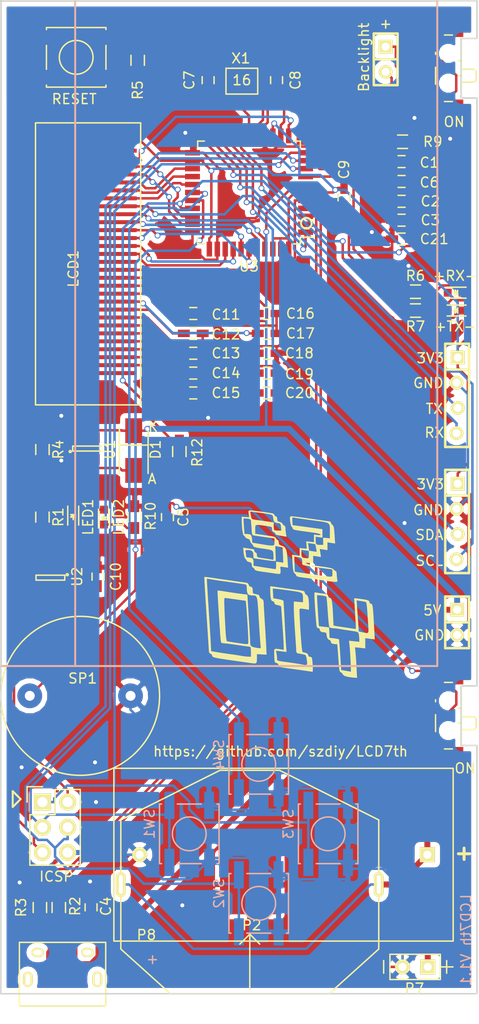
<source format=kicad_pcb>
(kicad_pcb (version 4) (host pcbnew 4.0.5+dfsg1-4)
  (layers (0 F.Cu signal) (31 B.Cu signal) (34 B.Paste user) (35 F.Paste user) (36 B.SilkS user hide) (37 F.SilkS user) (38 B.Mask user) (39 F.Mask user) (44 Edge.Cuts user))
  (net 0 "")
  (net 1 +5C)
  (net 2 GND)
  (net 3 +3V3)
  (net 4 +BATT)
  (net 5 "Net-(C7-Pad1)")
  (net 6 "Net-(C8-Pad1)")
  (net 7 "Net-(C10-Pad2)")
  (net 8 "Net-(C11-Pad1)")
  (net 9 "Net-(C12-Pad1)")
  (net 10 "Net-(C12-Pad2)")
  (net 11 "Net-(C13-Pad1)")
  (net 12 "Net-(C14-Pad1)")
  (net 13 "Net-(C15-Pad1)")
  (net 14 "Net-(C16-Pad1)")
  (net 15 "Net-(C16-Pad2)")
  (net 16 "Net-(C17-Pad1)")
  (net 17 "Net-(C18-Pad1)")
  (net 18 "Net-(C19-Pad1)")
  (net 19 "Net-(C20-Pad1)")
  (net 20 "Net-(D2-Pad1)")
  (net 21 "Net-(D3-Pad1)")
  (net 22 "Net-(D4-Pad1)")
  (net 23 "Net-(LCD1-Pad1)")
  (net 24 "Net-(LCD1-Pad2)")
  (net 25 "Net-(LCD1-Pad3)")
  (net 26 "Net-(LCD1-Pad4)")
  (net 27 "Net-(LCD1-Pad5)")
  (net 28 "Net-(LCD1-Pad6)")
  (net 29 "Net-(LCD1-Pad7)")
  (net 30 "Net-(LCD1-Pad8)")
  (net 31 "Net-(LCD1-Pad9)")
  (net 32 "Net-(LCD1-Pad10)")
  (net 33 "Net-(LCD1-Pad11)")
  (net 34 "Net-(LCD1-Pad12)")
  (net 35 "Net-(LCD1-Pad13)")
  (net 36 "Net-(LED1-Pad1)")
  (net 37 "Net-(LED1-Pad2)")
  (net 38 "Net-(P1-Pad2)")
  (net 39 "Net-(P1-Pad3)")
  (net 40 /MISO)
  (net 41 /SCK)
  (net 42 /MOSI)
  (net 43 "Net-(P3-Pad5)")
  (net 44 /TX)
  (net 45 /RX)
  (net 46 /SDA)
  (net 47 /SCL)
  (net 48 /D+)
  (net 49 /D-)
  (net 50 "Net-(R4-Pad2)")
  (net 51 /RX_LED)
  (net 52 /TX_LED)
  (net 53 "Net-(SW4-Pad1)")
  (net 54 "Net-(X1-Pad3)")
  (net 55 "Net-(LED2-Pad1)")
  (net 56 /BUZZER)
  (net 57 /BATADC)
  (net 58 "Net-(D4-Pad2)")
  (net 59 "Net-(P2-Pad2)")
  (net 60 "Net-(LCD1-Pad28)")
  (net 61 "Net-(LCD1-Pad0)")
  (net 62 "Net-(SW5-Pad3)")
  (net 63 "Net-(SW7-Pad3)")
  (net 64 "Net-(U3-Pad2)")
  (module Buttons_Switches_SMD:SW_SPDT_PCM12 (layer F.Cu) (at 84.8 112 90)
    (fp_text reference SW5 hide)
    (fp_text value SW_POWER)
    (pad "" np_thru_hole circle (at -1.5 0.325 90) (size 0.9 0.9) (drill 0.9) (layers *.Cu *.Mask))
    (pad "" np_thru_hole circle (at 1.5 0.325 90) (size 0.9 0.9) (drill 0.9) (layers *.Cu *.Mask))
    (pad 1 smd rect (at -2.25 -1.425 90) (size 0.7 1.5) (layers F.Cu F.Paste F.Mask) (net 4 +BATT))
    (pad 2 smd rect (at 0.75 -1.425 90) (size 0.7 1.5) (layers F.Cu F.Paste F.Mask) (net 59 "Net-(P2-Pad2)"))
    (pad 3 smd rect (at 2.25 -1.425 90) (size 0.7 1.5) (layers F.Cu F.Paste F.Mask) (net 62 "Net-(SW5-Pad3)"))
    (pad "" smd rect (at -3.65 1.425 90) (size 1 0.8) (layers F.Cu F.Paste F.Mask))
    (pad "" smd rect (at 3.65 1.425 90) (size 1 0.8) (layers F.Cu F.Paste F.Mask))
    (pad "" smd rect (at 3.65 -0.775 90) (size 1 0.8) (layers F.Cu F.Paste F.Mask))
    (pad "" smd rect (at -3.65 -0.775 90) (size 1 0.8) (layers F.Cu F.Paste F.Mask))
  )
  (module TO_SOT_Packages_SMD:SOT-23-5 (layer F.Cu) (at 48.7 85.1 90)
    (fp_text reference U1 (at -0.1 2.3 90) (layer F.SilkS))
    (fp_text value MCP73831)
    (pad 1 smd rect (at -1.1 -0.95 90) (size 1.06 0.65) (layers F.Cu F.Paste F.Mask) (net 36 "Net-(LED1-Pad1)"))
    (pad 2 smd rect (at -1.1 0 90) (size 1.06 0.65) (layers F.Cu F.Paste F.Mask) (net 2 GND))
    (pad 3 smd rect (at -1.1 0.95 90) (size 1.06 0.65) (layers F.Cu F.Paste F.Mask) (net 4 +BATT))
    (pad 4 smd rect (at 1.1 0.95 90) (size 1.06 0.65) (layers F.Cu F.Paste F.Mask) (net 1 +5C))
    (pad 5 smd rect (at 1.1 -0.95 90) (size 1.06 0.65) (layers F.Cu F.Paste F.Mask) (net 50 "Net-(R4-Pad2)"))
  )
  (module TO_SOT_Packages_SMD:SOT-23-5 (layer F.Cu) (at 45 98.1 270)
    (fp_text reference U2 (at -0.1 -2.7 270) (layer F.SilkS))
    (fp_text value MIC5219)
    (pad 1 smd rect (at -1.1 -0.95 270) (size 1.06 0.65) (layers F.Cu F.Paste F.Mask) (net 1 +5C))
    (pad 2 smd rect (at -1.1 0 270) (size 1.06 0.65) (layers F.Cu F.Paste F.Mask) (net 2 GND))
    (pad 3 smd rect (at -1.1 0.95 270) (size 1.06 0.65) (layers F.Cu F.Paste F.Mask) (net 1 +5C))
    (pad 4 smd rect (at 1.1 0.95 270) (size 1.06 0.65) (layers F.Cu F.Paste F.Mask) (net 7 "Net-(C10-Pad2)"))
    (pad 5 smd rect (at 1.1 -0.95 270) (size 1.06 0.65) (layers F.Cu F.Paste F.Mask) (net 3 +3V3))
  )
  (module LCD7th:LiConn (layer F.Cu) (at 80.5 137.3)
    (fp_text reference P7 (at 1.2 2.174999) (layer F.SilkS))
    (fp_text value BATT)
    (pad 1 thru_hole circle (at 0 0) (size 1.524 1.524) (drill 0.8) (layers *.Cu *.Mask F.SilkS) (net 2 GND))
    (pad 2 thru_hole rect (at 2.54 0) (size 1.524 1.524) (drill 0.8) (layers *.Cu *.Mask F.SilkS) (net 59 "Net-(P2-Pad2)"))
  )
  (module Buttons_Switches_SMD:SW_SPDT_PCM12 (layer F.Cu) (at 84.8 46.8 90)
    (fp_text reference SW7 hide)
    (fp_text value BG_POWER)
    (pad "" np_thru_hole circle (at -1.5 0.325 90) (size 0.9 0.9) (drill 0.9) (layers *.Cu *.Mask))
    (pad "" np_thru_hole circle (at 1.5 0.325 90) (size 0.9 0.9) (drill 0.9) (layers *.Cu *.Mask))
    (pad 1 smd rect (at -2.25 -1.425 90) (size 0.7 1.5) (layers F.Cu F.Paste F.Mask) (net 58 "Net-(D4-Pad2)"))
    (pad 2 smd rect (at 0.75 -1.425 90) (size 0.7 1.5) (layers F.Cu F.Paste F.Mask) (net 3 +3V3))
    (pad 3 smd rect (at 2.25 -1.425 90) (size 0.7 1.5) (layers F.Cu F.Paste F.Mask) (net 63 "Net-(SW7-Pad3)"))
    (pad "" smd rect (at -3.65 1.425 90) (size 1 0.8) (layers F.Cu F.Paste F.Mask))
    (pad "" smd rect (at 3.65 1.425 90) (size 1 0.8) (layers F.Cu F.Paste F.Mask))
    (pad "" smd rect (at 3.65 -0.775 90) (size 1 0.8) (layers F.Cu F.Paste F.Mask))
    (pad "" smd rect (at -3.65 -0.775 90) (size 1 0.8) (layers F.Cu F.Paste F.Mask))
  )
  (module Housings_QFP:TQFP-44_10x10mm_Pitch0.8mm (layer F.Cu) (at 65.024 59.309 180)
    (fp_text reference U3 (at 0 -7.45 180) (layer F.SilkS))
    (fp_text value ATmega32U4-AU)
    (pad 1 smd rect (at -5.7 -4 180) (size 1.5 0.55) (layers F.Cu F.Paste F.Mask) (net 29 "Net-(LCD1-Pad7)"))
    (pad 2 smd rect (at -5.7 -3.2 180) (size 1.5 0.55) (layers F.Cu F.Paste F.Mask) (net 64 "Net-(U3-Pad2)"))
    (pad 3 smd rect (at -5.7 -2.4 180) (size 1.5 0.55) (layers F.Cu F.Paste F.Mask) (net 49 /D-))
    (pad 4 smd rect (at -5.7 -1.6 180) (size 1.5 0.55) (layers F.Cu F.Paste F.Mask) (net 48 /D+))
    (pad 5 smd rect (at -5.7 -0.8 180) (size 1.5 0.55) (layers F.Cu F.Paste F.Mask) (net 2 GND))
    (pad 6 smd rect (at -5.7 0 180) (size 1.5 0.55) (layers F.Cu F.Paste F.Mask) (net 3 +3V3))
    (pad 7 smd rect (at -5.7 0.8 180) (size 1.5 0.55) (layers F.Cu F.Paste F.Mask) (net 1 +5C))
    (pad 8 smd rect (at -5.7 1.6 180) (size 1.5 0.55) (layers F.Cu F.Paste F.Mask) (net 51 /RX_LED))
    (pad 9 smd rect (at -5.7 2.4 180) (size 1.5 0.55) (layers F.Cu F.Paste F.Mask) (net 41 /SCK))
    (pad 10 smd rect (at -5.7 3.2 180) (size 1.5 0.55) (layers F.Cu F.Paste F.Mask) (net 42 /MOSI))
    (pad 11 smd rect (at -5.7 4 180) (size 1.5 0.55) (layers F.Cu F.Paste F.Mask) (net 40 /MISO))
    (pad 12 smd rect (at -4 5.7 270) (size 1.5 0.55) (layers F.Cu F.Paste F.Mask) (net 23 "Net-(LCD1-Pad1)"))
    (pad 13 smd rect (at -3.2 5.7 270) (size 1.5 0.55) (layers F.Cu F.Paste F.Mask) (net 43 "Net-(P3-Pad5)"))
    (pad 14 smd rect (at -2.4 5.7 270) (size 1.5 0.55) (layers F.Cu F.Paste F.Mask) (net 3 +3V3))
    (pad 15 smd rect (at -1.6 5.7 270) (size 1.5 0.55) (layers F.Cu F.Paste F.Mask) (net 2 GND))
    (pad 16 smd rect (at -0.8 5.7 270) (size 1.5 0.55) (layers F.Cu F.Paste F.Mask) (net 6 "Net-(C8-Pad1)"))
    (pad 17 smd rect (at 0 5.7 270) (size 1.5 0.55) (layers F.Cu F.Paste F.Mask) (net 5 "Net-(C7-Pad1)"))
    (pad 18 smd rect (at 0.8 5.7 270) (size 1.5 0.55) (layers F.Cu F.Paste F.Mask) (net 47 /SCL))
    (pad 19 smd rect (at 1.6 5.7 270) (size 1.5 0.55) (layers F.Cu F.Paste F.Mask) (net 46 /SDA))
    (pad 20 smd rect (at 2.4 5.7 270) (size 1.5 0.55) (layers F.Cu F.Paste F.Mask) (net 45 /RX))
    (pad 21 smd rect (at 3.2 5.7 270) (size 1.5 0.55) (layers F.Cu F.Paste F.Mask) (net 44 /TX))
    (pad 22 smd rect (at 4 5.7 270) (size 1.5 0.55) (layers F.Cu F.Paste F.Mask) (net 52 /TX_LED))
    (pad 23 smd rect (at 5.7 4 180) (size 1.5 0.55) (layers F.Cu F.Paste F.Mask) (net 2 GND))
    (pad 24 smd rect (at 5.7 3.2 180) (size 1.5 0.55) (layers F.Cu F.Paste F.Mask) (net 3 +3V3))
    (pad 25 smd rect (at 5.7 2.4 180) (size 1.5 0.55) (layers F.Cu F.Paste F.Mask) (net 26 "Net-(LCD1-Pad4)"))
    (pad 26 smd rect (at 5.7 1.6 180) (size 1.5 0.55) (layers F.Cu F.Paste F.Mask) (net 27 "Net-(LCD1-Pad5)"))
    (pad 27 smd rect (at 5.7 0.8 180) (size 1.5 0.55) (layers F.Cu F.Paste F.Mask) (net 28 "Net-(LCD1-Pad6)"))
    (pad 28 smd rect (at 5.7 0 180) (size 1.5 0.55) (layers F.Cu F.Paste F.Mask) (net 53 "Net-(SW4-Pad1)"))
    (pad 29 smd rect (at 5.7 -0.8 180) (size 1.5 0.55) (layers F.Cu F.Paste F.Mask) (net 56 /BUZZER))
    (pad 30 smd rect (at 5.7 -1.6 180) (size 1.5 0.55) (layers F.Cu F.Paste F.Mask) (net 57 /BATADC))
    (pad 31 smd rect (at 5.7 -2.4 180) (size 1.5 0.55) (layers F.Cu F.Paste F.Mask) (net 24 "Net-(LCD1-Pad2)"))
    (pad 32 smd rect (at 5.7 -3.2 180) (size 1.5 0.55) (layers F.Cu F.Paste F.Mask) (net 25 "Net-(LCD1-Pad3)"))
    (pad 33 smd rect (at 5.7 -4 180) (size 1.5 0.55) (layers F.Cu F.Paste F.Mask) (net 2 GND))
    (pad 34 smd rect (at 4 -5.7 270) (size 1.5 0.55) (layers F.Cu F.Paste F.Mask) (net 3 +3V3))
    (pad 35 smd rect (at 3.2 -5.7 270) (size 1.5 0.55) (layers F.Cu F.Paste F.Mask) (net 2 GND))
    (pad 36 smd rect (at 2.4 -5.7 270) (size 1.5 0.55) (layers F.Cu F.Paste F.Mask) (net 35 "Net-(LCD1-Pad13)"))
    (pad 37 smd rect (at 1.6 -5.7 270) (size 1.5 0.55) (layers F.Cu F.Paste F.Mask) (net 34 "Net-(LCD1-Pad12)"))
    (pad 38 smd rect (at 0.8 -5.7 270) (size 1.5 0.55) (layers F.Cu F.Paste F.Mask) (net 33 "Net-(LCD1-Pad11)"))
    (pad 39 smd rect (at 0 -5.7 270) (size 1.5 0.55) (layers F.Cu F.Paste F.Mask) (net 32 "Net-(LCD1-Pad10)"))
    (pad 40 smd rect (at -0.8 -5.7 270) (size 1.5 0.55) (layers F.Cu F.Paste F.Mask) (net 31 "Net-(LCD1-Pad9)"))
    (pad 41 smd rect (at -1.6 -5.7 270) (size 1.5 0.55) (layers F.Cu F.Paste F.Mask) (net 30 "Net-(LCD1-Pad8)"))
    (pad 42 smd rect (at -2.4 -5.7 270) (size 1.5 0.55) (layers F.Cu F.Paste F.Mask) (net 3 +3V3))
    (pad 43 smd rect (at -3.2 -5.7 270) (size 1.5 0.55) (layers F.Cu F.Paste F.Mask) (net 2 GND))
    (pad 44 smd rect (at -4 -5.7 270) (size 1.5 0.55) (layers F.Cu F.Paste F.Mask) (net 3 +3V3))
  )
  (module Connect:USB_Micro-B (layer F.Cu) (at 46.228 137.414)
    (fp_text reference P1 hide)
    (fp_text value USB_B)
    (pad 1 smd rect (at -1.3009 -1.56254 90) (size 1.35 0.4) (layers F.Cu F.Paste F.Mask) (net 1 +5C))
    (pad 2 smd rect (at -0.6509 -1.56254 90) (size 1.35 0.4) (layers F.Cu F.Paste F.Mask) (net 38 "Net-(P1-Pad2)"))
    (pad 3 smd rect (at -0.0009 -1.56254 90) (size 1.35 0.4) (layers F.Cu F.Paste F.Mask) (net 39 "Net-(P1-Pad3)"))
    (pad 4 smd rect (at 0.6491 -1.56254 90) (size 1.35 0.4) (layers F.Cu F.Paste F.Mask) (net 2 GND))
    (pad 5 smd rect (at 1.2991 -1.56254 90) (size 1.35 0.4) (layers F.Cu F.Paste F.Mask) (net 2 GND))
    (pad 6 thru_hole oval (at -2.5009 -1.56254 90) (size 0.95 1.25) (drill oval 0.55 0.85) (layers *.Cu *.Mask F.SilkS))
    (pad 6 thru_hole oval (at 2.4991 -1.56254 90) (size 0.95 1.25) (drill oval 0.55 0.85) (layers *.Cu *.Mask F.SilkS))
    (pad 6 thru_hole oval (at -3.5009 1.13746 90) (size 1.55 1) (drill oval 1.15 0.5) (layers *.Cu *.Mask F.SilkS))
    (pad 6 thru_hole oval (at 3.4991 1.13746 90) (size 1.55 1) (drill oval 1.15 0.5) (layers *.Cu *.Mask F.SilkS))
  )
  (module LCD7th:BATT (layer F.Cu) (at 58 130)
    (fp_text reference P2 (at 7.3 3.1) (layer F.SilkS))
    (fp_text value BATT)
    (pad 1 thru_hole circle (at -4 -4) (size 1.524 1.524) (drill 0.8) (layers *.Cu *.Mask F.SilkS) (net 2 GND))
    (pad 2 thru_hole rect (at 25 -4) (size 1.524 1.524) (drill 0.8) (layers *.Cu *.Mask F.SilkS) (net 59 "Net-(P2-Pad2)"))
  )
  (module Pin_Headers:Pin_Header_Straight_2x03 (layer F.Cu) (at 44.2 120.7)
    (fp_text reference P3 hide)
    (fp_text value ICSP hide)
    (pad 1 thru_hole rect (at 0 0) (size 1.7272 1.7272) (drill 1.016) (layers *.Cu *.Mask F.SilkS) (net 40 /MISO))
    (pad 2 thru_hole oval (at 2.54 0) (size 1.7272 1.7272) (drill 1.016) (layers *.Cu *.Mask F.SilkS) (net 3 +3V3))
    (pad 3 thru_hole oval (at 0 2.54) (size 1.7272 1.7272) (drill 1.016) (layers *.Cu *.Mask F.SilkS) (net 41 /SCK))
    (pad 4 thru_hole oval (at 2.54 2.54) (size 1.7272 1.7272) (drill 1.016) (layers *.Cu *.Mask F.SilkS) (net 42 /MOSI))
    (pad 5 thru_hole oval (at 0 5.08) (size 1.7272 1.7272) (drill 1.016) (layers *.Cu *.Mask F.SilkS) (net 43 "Net-(P3-Pad5)"))
    (pad 6 thru_hole oval (at 2.54 5.08) (size 1.7272 1.7272) (drill 1.016) (layers *.Cu *.Mask F.SilkS) (net 2 GND))
  )
  (module "LCD7th:JYG-12864K8G(R)-VC" (layer F.Cu) (at 55.7 67.5 90)
    (fp_text reference LCD1 (at 0.508 -8.382 90) (layer F.SilkS))
    (fp_text value "JYG-12864K8G(R)-VC")
    (pad 28 smd rect (at -10 -4 90) (size 0.4 4) (layers F.Cu F.Paste F.Mask) (net 60 "Net-(LCD1-Pad28)"))
    (pad 27 smd rect (at -9.2 -4 90) (size 0.4 4) (layers F.Cu F.Paste F.Mask) (net 19 "Net-(C20-Pad1)"))
    (pad 26 smd rect (at -8.4 -4 90) (size 0.4 4) (layers F.Cu F.Paste F.Mask) (net 13 "Net-(C15-Pad1)"))
    (pad 25 smd rect (at -7.6 -4 90) (size 0.4 4) (layers F.Cu F.Paste F.Mask) (net 18 "Net-(C19-Pad1)"))
    (pad 24 smd rect (at -6.8 -4 90) (size 0.4 4) (layers F.Cu F.Paste F.Mask) (net 12 "Net-(C14-Pad1)"))
    (pad 23 smd rect (at -6 -4 90) (size 0.4 4) (layers F.Cu F.Paste F.Mask) (net 17 "Net-(C18-Pad1)"))
    (pad 22 smd rect (at -5.2 -4 90) (size 0.4 4) (layers F.Cu F.Paste F.Mask) (net 11 "Net-(C13-Pad1)"))
    (pad 21 smd rect (at -4.4 -4 90) (size 0.4 4) (layers F.Cu F.Paste F.Mask) (net 10 "Net-(C12-Pad2)"))
    (pad 20 smd rect (at -3.6 -4 90) (size 0.4 4) (layers F.Cu F.Paste F.Mask) (net 9 "Net-(C12-Pad1)"))
    (pad 19 smd rect (at -2.8 -4 90) (size 0.4 4) (layers F.Cu F.Paste F.Mask) (net 16 "Net-(C17-Pad1)"))
    (pad 18 smd rect (at -2 -4 90) (size 0.4 4) (layers F.Cu F.Paste F.Mask) (net 15 "Net-(C16-Pad2)"))
    (pad 17 smd rect (at -1.2 -4 90) (size 0.4 4) (layers F.Cu F.Paste F.Mask) (net 14 "Net-(C16-Pad1)"))
    (pad 16 smd rect (at -0.4 -4 90) (size 0.4 4) (layers F.Cu F.Paste F.Mask) (net 8 "Net-(C11-Pad1)"))
    (pad 15 smd rect (at 0.4 -4 90) (size 0.4 4) (layers F.Cu F.Paste F.Mask) (net 2 GND))
    (pad 14 smd rect (at 1.2 -4 90) (size 0.4 4) (layers F.Cu F.Paste F.Mask) (net 3 +3V3))
    (pad 13 smd rect (at 2 -4 90) (size 0.4 4) (layers F.Cu F.Paste F.Mask) (net 35 "Net-(LCD1-Pad13)"))
    (pad 12 smd rect (at 2.8 -4 90) (size 0.4 4) (layers F.Cu F.Paste F.Mask) (net 34 "Net-(LCD1-Pad12)"))
    (pad 11 smd rect (at 3.6 -4 90) (size 0.4 4) (layers F.Cu F.Paste F.Mask) (net 33 "Net-(LCD1-Pad11)"))
    (pad 10 smd rect (at 4.4 -4 90) (size 0.4 4) (layers F.Cu F.Paste F.Mask) (net 32 "Net-(LCD1-Pad10)"))
    (pad 9 smd rect (at 5.2 -4 90) (size 0.4 4) (layers F.Cu F.Paste F.Mask) (net 31 "Net-(LCD1-Pad9)"))
    (pad 8 smd rect (at 6 -4 90) (size 0.4 4) (layers F.Cu F.Paste F.Mask) (net 30 "Net-(LCD1-Pad8)"))
    (pad 7 smd rect (at 6.8 -4 90) (size 0.4 4) (layers F.Cu F.Paste F.Mask) (net 29 "Net-(LCD1-Pad7)"))
    (pad 6 smd rect (at 7.6 -4 90) (size 0.4 4) (layers F.Cu F.Paste F.Mask) (net 28 "Net-(LCD1-Pad6)"))
    (pad 5 smd rect (at 8.4 -4 90) (size 0.4 4) (layers F.Cu F.Paste F.Mask) (net 27 "Net-(LCD1-Pad5)"))
    (pad 4 smd rect (at 9.2 -4 90) (size 0.4 4) (layers F.Cu F.Paste F.Mask) (net 26 "Net-(LCD1-Pad4)"))
    (pad 3 smd rect (at 10 -4 90) (size 0.4 4) (layers F.Cu F.Paste F.Mask) (net 25 "Net-(LCD1-Pad3)"))
    (pad 2 smd rect (at 10.8 -4 90) (size 0.4 4) (layers F.Cu F.Paste F.Mask) (net 24 "Net-(LCD1-Pad2)"))
    (pad 1 smd rect (at 11.6 -4 90) (size 0.4 4) (layers F.Cu F.Paste F.Mask) (net 23 "Net-(LCD1-Pad1)"))
    (pad 0 smd rect (at 12.4 -4 90) (size 0.4 4) (layers F.Cu F.Paste F.Mask) (net 61 "Net-(LCD1-Pad0)"))
    (pad 29 smd rect (at 13.4 -10.3 90) (size 3 3) (layers F.Cu F.Paste F.Mask))
    (pad 30 smd rect (at -11 -10.3 90) (size 3 3) (layers F.Cu F.Paste F.Mask))
  )
  (module Capacitors_SMD:C_0603_HandSoldering (layer F.Cu) (at 80.4 56.2 180)
    (fp_text reference C1 (at -2.8 -0.1 180) (layer F.SilkS))
    (fp_text value 0.1uF)
    (pad 1 smd rect (at -0.95 0 180) (size 1.2 0.75) (layers F.Cu F.Paste F.Mask) (net 3 +3V3))
    (pad 2 smd rect (at 0.95 0 180) (size 1.2 0.75) (layers F.Cu F.Paste F.Mask) (net 2 GND))
  )
  (module Capacitors_SMD:C_0603_HandSoldering (layer F.Cu) (at 80.4 60.2 180)
    (fp_text reference C2 (at -2.9 0 180) (layer F.SilkS))
    (fp_text value 0.1uF)
    (pad 1 smd rect (at -0.95 0 180) (size 1.2 0.75) (layers F.Cu F.Paste F.Mask) (net 3 +3V3))
    (pad 2 smd rect (at 0.95 0 180) (size 1.2 0.75) (layers F.Cu F.Paste F.Mask) (net 2 GND))
  )
  (module Capacitors_SMD:C_0603_HandSoldering (layer F.Cu) (at 80.4 62.1 180)
    (fp_text reference C3 (at -2.9 0 180) (layer F.SilkS))
    (fp_text value 0.1uF)
    (pad 1 smd rect (at -0.95 0 180) (size 1.2 0.75) (layers F.Cu F.Paste F.Mask) (net 3 +3V3))
    (pad 2 smd rect (at 0.95 0 180) (size 1.2 0.75) (layers F.Cu F.Paste F.Mask) (net 2 GND))
  )
  (module Capacitors_SMD:C_0603_HandSoldering (layer F.Cu) (at 49.1 131.3 90)
    (fp_text reference C4 (at 0.1 1.5 90) (layer F.SilkS))
    (fp_text value 4.7uF)
    (pad 1 smd rect (at -0.95 0 90) (size 1.2 0.75) (layers F.Cu F.Paste F.Mask) (net 1 +5C))
    (pad 2 smd rect (at 0.95 0 90) (size 1.2 0.75) (layers F.Cu F.Paste F.Mask) (net 2 GND))
  )
  (module Capacitors_SMD:C_0603_HandSoldering (layer F.Cu) (at 56.8 92 270)
    (fp_text reference C5 (at 0 -1.6 270) (layer F.SilkS))
    (fp_text value 4.7uF)
    (pad 1 smd rect (at -0.95 0 270) (size 1.2 0.75) (layers F.Cu F.Paste F.Mask) (net 4 +BATT))
    (pad 2 smd rect (at 0.95 0 270) (size 1.2 0.75) (layers F.Cu F.Paste F.Mask) (net 2 GND))
  )
  (module Capacitors_SMD:C_0603_HandSoldering (layer F.Cu) (at 80.4 58.2 180)
    (fp_text reference C6 (at -2.8 -0.1 180) (layer F.SilkS))
    (fp_text value 4.7uF)
    (pad 1 smd rect (at -0.95 0 180) (size 1.2 0.75) (layers F.Cu F.Paste F.Mask) (net 3 +3V3))
    (pad 2 smd rect (at 0.95 0 180) (size 1.2 0.75) (layers F.Cu F.Paste F.Mask) (net 2 GND))
  )
  (module Capacitors_SMD:C_0603_HandSoldering (layer F.Cu) (at 60.9 48 90)
    (fp_text reference C7 (at 0 -1.9 90) (layer F.SilkS))
    (fp_text value 22P)
    (pad 1 smd rect (at -0.95 0 90) (size 1.2 0.75) (layers F.Cu F.Paste F.Mask) (net 5 "Net-(C7-Pad1)"))
    (pad 2 smd rect (at 0.95 0 90) (size 1.2 0.75) (layers F.Cu F.Paste F.Mask) (net 2 GND))
  )
  (module Capacitors_SMD:C_0603_HandSoldering (layer F.Cu) (at 67.8 48 270)
    (fp_text reference C8 (at 0 -1.9 270) (layer F.SilkS))
    (fp_text value 22P)
    (pad 1 smd rect (at -0.95 0 270) (size 1.2 0.75) (layers F.Cu F.Paste F.Mask) (net 6 "Net-(C8-Pad1)"))
    (pad 2 smd rect (at 0.95 0 270) (size 1.2 0.75) (layers F.Cu F.Paste F.Mask) (net 2 GND))
  )
  (module Capacitors_SMD:C_0603_HandSoldering (layer F.Cu) (at 74.6 59.8 90)
    (fp_text reference C9 (at 2.8 0 90) (layer F.SilkS))
    (fp_text value 1uF)
    (pad 1 smd rect (at -0.95 0 90) (size 1.2 0.75) (layers F.Cu F.Paste F.Mask) (net 2 GND))
    (pad 2 smd rect (at 0.95 0 90) (size 1.2 0.75) (layers F.Cu F.Paste F.Mask) (net 3 +3V3))
  )
  (module Capacitors_SMD:C_0603_HandSoldering (layer F.Cu) (at 49.8 98 270)
    (fp_text reference C10 (at 0 -1.8 270) (layer F.SilkS))
    (fp_text value 470PF)
    (pad 1 smd rect (at -0.95 0 270) (size 1.2 0.75) (layers F.Cu F.Paste F.Mask) (net 2 GND))
    (pad 2 smd rect (at 0.95 0 270) (size 1.2 0.75) (layers F.Cu F.Paste F.Mask) (net 7 "Net-(C10-Pad2)"))
  )
  (module Capacitors_SMD:C_0603_HandSoldering (layer F.Cu) (at 59.4 71.5)
    (fp_text reference C11 (at 3.3 0.1) (layer F.SilkS))
    (fp_text value 1uF)
    (pad 1 smd rect (at -0.95 0) (size 1.2 0.75) (layers F.Cu F.Paste F.Mask) (net 8 "Net-(C11-Pad1)"))
    (pad 2 smd rect (at 0.95 0) (size 1.2 0.75) (layers F.Cu F.Paste F.Mask) (net 2 GND))
  )
  (module Capacitors_SMD:C_0603_HandSoldering (layer F.Cu) (at 59.4 73.5)
    (fp_text reference C12 (at 3.3 0.1) (layer F.SilkS))
    (fp_text value 1uF)
    (pad 1 smd rect (at -0.95 0) (size 1.2 0.75) (layers F.Cu F.Paste F.Mask) (net 9 "Net-(C12-Pad1)"))
    (pad 2 smd rect (at 0.95 0) (size 1.2 0.75) (layers F.Cu F.Paste F.Mask) (net 10 "Net-(C12-Pad2)"))
  )
  (module Capacitors_SMD:C_0603_HandSoldering (layer F.Cu) (at 59.4 75.5)
    (fp_text reference C13 (at 3.3 0) (layer F.SilkS))
    (fp_text value 1uF)
    (pad 1 smd rect (at -0.95 0) (size 1.2 0.75) (layers F.Cu F.Paste F.Mask) (net 11 "Net-(C13-Pad1)"))
    (pad 2 smd rect (at 0.95 0) (size 1.2 0.75) (layers F.Cu F.Paste F.Mask) (net 10 "Net-(C12-Pad2)"))
  )
  (module Capacitors_SMD:C_0603_HandSoldering (layer F.Cu) (at 59.4 77.5)
    (fp_text reference C14 (at 3.3 0) (layer F.SilkS))
    (fp_text value 1uF)
    (pad 1 smd rect (at -0.95 0) (size 1.2 0.75) (layers F.Cu F.Paste F.Mask) (net 12 "Net-(C14-Pad1)"))
    (pad 2 smd rect (at 0.95 0) (size 1.2 0.75) (layers F.Cu F.Paste F.Mask) (net 2 GND))
  )
  (module Capacitors_SMD:C_0603_HandSoldering (layer F.Cu) (at 59.4 79.5)
    (fp_text reference C15 (at 3.3 0) (layer F.SilkS))
    (fp_text value 1uF)
    (pad 1 smd rect (at -0.95 0) (size 1.2 0.75) (layers F.Cu F.Paste F.Mask) (net 13 "Net-(C15-Pad1)"))
    (pad 2 smd rect (at 0.95 0) (size 1.2 0.75) (layers F.Cu F.Paste F.Mask) (net 2 GND))
  )
  (module Capacitors_SMD:C_0603_HandSoldering (layer F.Cu) (at 66.85 71.5)
    (fp_text reference C16 (at 3.35 0) (layer F.SilkS))
    (fp_text value 1uF)
    (pad 1 smd rect (at -0.95 0) (size 1.2 0.75) (layers F.Cu F.Paste F.Mask) (net 14 "Net-(C16-Pad1)"))
    (pad 2 smd rect (at 0.95 0) (size 1.2 0.75) (layers F.Cu F.Paste F.Mask) (net 15 "Net-(C16-Pad2)"))
  )
  (module Capacitors_SMD:C_0603_HandSoldering (layer F.Cu) (at 66.85 73.5)
    (fp_text reference C17 (at 3.35 0) (layer F.SilkS))
    (fp_text value 1uF)
    (pad 1 smd rect (at -0.95 0) (size 1.2 0.75) (layers F.Cu F.Paste F.Mask) (net 16 "Net-(C17-Pad1)"))
    (pad 2 smd rect (at 0.95 0) (size 1.2 0.75) (layers F.Cu F.Paste F.Mask) (net 15 "Net-(C16-Pad2)"))
  )
  (module Capacitors_SMD:C_0603_HandSoldering (layer F.Cu) (at 66.85 75.5)
    (fp_text reference C18 (at 3.25 0) (layer F.SilkS))
    (fp_text value 1uF)
    (pad 1 smd rect (at -0.95 0) (size 1.2 0.75) (layers F.Cu F.Paste F.Mask) (net 17 "Net-(C18-Pad1)"))
    (pad 2 smd rect (at 0.95 0) (size 1.2 0.75) (layers F.Cu F.Paste F.Mask) (net 2 GND))
  )
  (module Capacitors_SMD:C_0603_HandSoldering (layer F.Cu) (at 66.85 77.5)
    (fp_text reference C19 (at 3.25 0.1) (layer F.SilkS))
    (fp_text value 1uF)
    (pad 1 smd rect (at -0.95 0) (size 1.2 0.75) (layers F.Cu F.Paste F.Mask) (net 18 "Net-(C19-Pad1)"))
    (pad 2 smd rect (at 0.95 0) (size 1.2 0.75) (layers F.Cu F.Paste F.Mask) (net 2 GND))
  )
  (module Capacitors_SMD:C_0603_HandSoldering (layer F.Cu) (at 66.85 79.5)
    (fp_text reference C20 (at 3.25 0) (layer F.SilkS))
    (fp_text value 1uF)
    (pad 1 smd rect (at -0.95 0) (size 1.2 0.75) (layers F.Cu F.Paste F.Mask) (net 19 "Net-(C20-Pad1)"))
    (pad 2 smd rect (at 0.95 0) (size 1.2 0.75) (layers F.Cu F.Paste F.Mask) (net 2 GND))
  )
  (module Capacitors_SMD:C_0603_HandSoldering (layer F.Cu) (at 80.4 64)
    (fp_text reference C21 (at 3.3 0) (layer F.SilkS))
    (fp_text value 100nF)
    (pad 1 smd rect (at -0.95 0) (size 1.2 0.75) (layers F.Cu F.Paste F.Mask) (net 2 GND))
    (pad 2 smd rect (at 0.95 0) (size 1.2 0.75) (layers F.Cu F.Paste F.Mask) (net 57 /BATADC))
  )
  (module LCD7th:DIODE_DO214AC-SMA (layer F.Cu) (at 53.4 85.3)
    (fp_text reference D1 (at 2.2 -0.1 90) (layer F.SilkS))
    (fp_text value M7 hide)
    (fp_text user A (at 1.85 2.85) (layer F.SilkS))
    (fp_text user K (at 1.95 -2.4) (layer F.SilkS))
    (pad 1 smd rect (at 0 -2) (size 1.7 2.5) (layers F.Cu F.Paste F.Mask) (net 1 +5C))
    (pad 2 smd rect (at 0 2) (size 1.7 2.5) (layers F.Cu F.Paste F.Mask) (net 4 +BATT))
  )
  (module LEDs:LED_0603 (layer F.Cu) (at 85.8 69.4 180)
    (fp_text reference D2 hide)
    (fp_text value LED)
    (pad 2 smd rect (at 0.7493 0) (size 0.79756 0.79756) (layers F.Cu F.Paste F.Mask) (net 3 +3V3))
    (pad 1 smd rect (at -0.7493 0) (size 0.79756 0.79756) (layers F.Cu F.Paste F.Mask) (net 20 "Net-(D2-Pad1)"))
  )
  (module LEDs:LED_0603 (layer F.Cu) (at 85.8 71.2 180)
    (fp_text reference D3 hide)
    (fp_text value LED)
    (pad 2 smd rect (at 0.7493 0) (size 0.79756 0.79756) (layers F.Cu F.Paste F.Mask) (net 3 +3V3))
    (pad 1 smd rect (at -0.7493 0) (size 0.79756 0.79756) (layers F.Cu F.Paste F.Mask) (net 21 "Net-(D3-Pad1)"))
  )
  (module SmartEye:CR2477_s (layer F.Cu) (at 65 129)
    (fp_text reference P8 (at -10.32 5.08) (layer F.SilkS))
    (fp_text value BATT)
    (pad 2 thru_hole oval (at -12.9 0) (size 1 2.5) (drill oval 0.4 1.9) (layers *.Cu *.Mask F.SilkS) (net 59 "Net-(P2-Pad2)"))
    (pad 1 smd rect (at 0.1 0) (size 6 6) (layers F.Cu F.Paste F.Mask) (net 2 GND))
    (pad 2 thru_hole oval (at 13.1 0) (size 1 2.5) (drill oval 0.4 1.9) (layers *.Cu *.Mask F.SilkS) (net 59 "Net-(P2-Pad2)"))
  )
  (module Resistors_SMD:R_0603_HandSoldering (layer F.Cu) (at 44.2 92 90)
    (fp_text reference R1 (at 0 1.6 90) (layer F.SilkS))
    (fp_text value 1K)
    (pad 1 smd rect (at -1.1 0 90) (size 1.2 0.9) (layers F.Cu F.Paste F.Mask) (net 37 "Net-(LED1-Pad2)"))
    (pad 2 smd rect (at 1.1 0 90) (size 1.2 0.9) (layers F.Cu F.Paste F.Mask) (net 1 +5C))
  )
  (module Resistors_SMD:R_0603_HandSoldering (layer F.Cu) (at 45.847 131.318 90)
    (fp_text reference R2 (at 0.127 1.651 90) (layer F.SilkS))
    (fp_text value 22R)
    (pad 1 smd rect (at -1.1 0 90) (size 1.2 0.9) (layers F.Cu F.Paste F.Mask) (net 39 "Net-(P1-Pad3)"))
    (pad 2 smd rect (at 1.1 0 90) (size 1.2 0.9) (layers F.Cu F.Paste F.Mask) (net 48 /D+))
  )
  (module Resistors_SMD:R_0603_HandSoldering (layer F.Cu) (at 43.942 131.318 90)
    (fp_text reference R3 (at 0 -1.9 90) (layer F.SilkS))
    (fp_text value 22R)
    (pad 1 smd rect (at -1.1 0 90) (size 1.2 0.9) (layers F.Cu F.Paste F.Mask) (net 38 "Net-(P1-Pad2)"))
    (pad 2 smd rect (at 1.1 0 90) (size 1.2 0.9) (layers F.Cu F.Paste F.Mask) (net 49 /D-))
  )
  (module Resistors_SMD:R_0603_HandSoldering (layer F.Cu) (at 44.2 85.2 90)
    (fp_text reference R4 (at 0 1.6 90) (layer F.SilkS))
    (fp_text value 10K)
    (pad 1 smd rect (at -1.1 0 90) (size 1.2 0.9) (layers F.Cu F.Paste F.Mask) (net 2 GND))
    (pad 2 smd rect (at 1.1 0 90) (size 1.2 0.9) (layers F.Cu F.Paste F.Mask) (net 50 "Net-(R4-Pad2)"))
  )
  (module Resistors_SMD:R_0603_HandSoldering (layer F.Cu) (at 53.8 46 270)
    (fp_text reference R5 (at 3 0 270) (layer F.SilkS))
    (fp_text value 10K)
    (pad 1 smd rect (at -1.1 0 270) (size 1.2 0.9) (layers F.Cu F.Paste F.Mask) (net 43 "Net-(P3-Pad5)"))
    (pad 2 smd rect (at 1.1 0 270) (size 1.2 0.9) (layers F.Cu F.Paste F.Mask) (net 3 +3V3))
  )
  (module Resistors_SMD:R_0603_HandSoldering (layer F.Cu) (at 81.8 69.3 180)
    (fp_text reference R6 (at 0 1.6 180) (layer F.SilkS))
    (fp_text value 330R)
    (pad 1 smd rect (at -1.1 0 180) (size 1.2 0.9) (layers F.Cu F.Paste F.Mask) (net 20 "Net-(D2-Pad1)"))
    (pad 2 smd rect (at 1.1 0 180) (size 1.2 0.9) (layers F.Cu F.Paste F.Mask) (net 51 /RX_LED))
  )
  (module Resistors_SMD:R_0603_HandSoldering (layer F.Cu) (at 81.8 71.2 180)
    (fp_text reference R7 (at 0 -1.6 180) (layer F.SilkS))
    (fp_text value 330R)
    (pad 1 smd rect (at -1.1 0 180) (size 1.2 0.9) (layers F.Cu F.Paste F.Mask) (net 21 "Net-(D3-Pad1)"))
    (pad 2 smd rect (at 1.1 0 180) (size 1.2 0.9) (layers F.Cu F.Paste F.Mask) (net 52 /TX_LED))
  )
  (module Resistors_SMD:R_0603_HandSoldering (layer F.Cu) (at 80.5 54.2)
    (fp_text reference R9 (at 3.048 0) (layer F.SilkS))
    (fp_text value 330R)
    (pad 1 smd rect (at -1.1 0) (size 1.2 0.9) (layers F.Cu F.Paste F.Mask) (net 22 "Net-(D4-Pad1)"))
    (pad 2 smd rect (at 1.1 0) (size 1.2 0.9) (layers F.Cu F.Paste F.Mask) (net 2 GND))
  )
  (module Resistors_SMD:R_0603_HandSoldering (layer F.Cu) (at 53.5 92 90)
    (fp_text reference R10 (at 0.1 1.6 90) (layer F.SilkS))
    (fp_text value 1K)
    (pad 1 smd rect (at -1.1 0 90) (size 1.2 0.9) (layers F.Cu F.Paste F.Mask) (net 55 "Net-(LED2-Pad1)"))
    (pad 2 smd rect (at 1.1 0 90) (size 1.2 0.9) (layers F.Cu F.Paste F.Mask) (net 2 GND))
  )
  (module Resistors_SMD:R_0603_HandSoldering (layer F.Cu) (at 58 85.4 270)
    (fp_text reference R12 (at 0.1 -1.8 270) (layer F.SilkS))
    (fp_text value 1K)
    (pad 1 smd rect (at -1.1 0 270) (size 1.2 0.9) (layers F.Cu F.Paste F.Mask) (net 57 /BATADC))
    (pad 2 smd rect (at 1.1 0 270) (size 1.2 0.9) (layers F.Cu F.Paste F.Mask) (net 4 +BATT))
  )
  (module Buzzers_Beepers:BUZZER (layer F.Cu) (at 48 110)
    (fp_text reference SP1 (at 0.24892 -1.75006) (layer F.SilkS))
    (fp_text value SPEAKER)
    (pad 2 thru_hole circle (at 5.08 0) (size 2.49936 2.49936) (drill 1.00076) (layers *.Cu *.Mask) (net 2 GND))
    (pad 1 thru_hole circle (at -5.08 0) (size 2.49936 2.49936) (drill 1.00076) (layers *.Cu *.Mask) (net 56 /BUZZER))
  )
  (module Buttons_Switches_SMD:SW_SPST_EVPBF (layer B.Cu) (at 59 123.9 270)
    (fp_text reference SW1 (at -1 4 270) (layer B.SilkS) (effects (justify mirror)))
    (fp_text value SW1)
    (pad 1 smd rect (at 2.875 2 270) (size 2.75 1) (layers B.Cu B.Paste B.Mask) (net 41 /SCK))
    (pad 1 smd rect (at -2.875 2 270) (size 2.75 1) (layers B.Cu B.Paste B.Mask) (net 41 /SCK))
    (pad 2 smd rect (at -2.875 -2 270) (size 2.75 1) (layers B.Cu B.Paste B.Mask) (net 2 GND))
    (pad 2 smd rect (at 2.875 -2 270) (size 2.75 1) (layers B.Cu B.Paste B.Mask) (net 2 GND))
  )
  (module Buttons_Switches_SMD:SW_SPST_EVPBF (layer B.Cu) (at 66 130.9 270)
    (fp_text reference SW2 (at -1 4 270) (layer B.SilkS) (effects (justify mirror)))
    (fp_text value SW2)
    (pad 1 smd rect (at 2.875 2 270) (size 2.75 1) (layers B.Cu B.Paste B.Mask) (net 42 /MOSI))
    (pad 1 smd rect (at -2.875 2 270) (size 2.75 1) (layers B.Cu B.Paste B.Mask) (net 42 /MOSI))
    (pad 2 smd rect (at -2.875 -2 270) (size 2.75 1) (layers B.Cu B.Paste B.Mask) (net 2 GND))
    (pad 2 smd rect (at 2.875 -2 270) (size 2.75 1) (layers B.Cu B.Paste B.Mask) (net 2 GND))
  )
  (module Buttons_Switches_SMD:SW_SPST_EVPBF (layer B.Cu) (at 73 123.9 270)
    (fp_text reference SW3 (at -1 4 270) (layer B.SilkS) (effects (justify mirror)))
    (fp_text value SW3)
    (pad 1 smd rect (at 2.875 2 270) (size 2.75 1) (layers B.Cu B.Paste B.Mask) (net 40 /MISO))
    (pad 1 smd rect (at -2.875 2 270) (size 2.75 1) (layers B.Cu B.Paste B.Mask) (net 40 /MISO))
    (pad 2 smd rect (at -2.875 -2 270) (size 2.75 1) (layers B.Cu B.Paste B.Mask) (net 2 GND))
    (pad 2 smd rect (at 2.875 -2 270) (size 2.75 1) (layers B.Cu B.Paste B.Mask) (net 2 GND))
  )
  (module Buttons_Switches_SMD:SW_SPST_EVPBF (layer B.Cu) (at 66 116.9 270)
    (fp_text reference SW4 (at -1 4 270) (layer B.SilkS) (effects (justify mirror)))
    (fp_text value SW4)
    (pad 1 smd rect (at 2.875 2 270) (size 2.75 1) (layers B.Cu B.Paste B.Mask) (net 53 "Net-(SW4-Pad1)"))
    (pad 1 smd rect (at -2.875 2 270) (size 2.75 1) (layers B.Cu B.Paste B.Mask) (net 53 "Net-(SW4-Pad1)"))
    (pad 2 smd rect (at -2.875 -2 270) (size 2.75 1) (layers B.Cu B.Paste B.Mask) (net 2 GND))
    (pad 2 smd rect (at 2.875 -2 270) (size 2.75 1) (layers B.Cu B.Paste B.Mask) (net 2 GND))
  )
  (module Buttons_Switches_SMD:SW_SPST_EVPBF (layer F.Cu) (at 47.6 45.7)
    (fp_text reference SW6 hide)
    (fp_text value SW_RESET)
    (pad 1 smd rect (at 2.875 -2) (size 2.75 1) (layers F.Cu F.Paste F.Mask) (net 2 GND))
    (pad 1 smd rect (at -2.875 -2) (size 2.75 1) (layers F.Cu F.Paste F.Mask) (net 2 GND))
    (pad 2 smd rect (at -2.875 2) (size 2.75 1) (layers F.Cu F.Paste F.Mask) (net 43 "Net-(P3-Pad5)"))
    (pad 2 smd rect (at 2.875 2) (size 2.75 1) (layers F.Cu F.Paste F.Mask) (net 43 "Net-(P3-Pad5)"))
  )
  (module Crystals:crystal_FA238-TSX3225 (layer F.Cu) (at 64.3 48.1)
    (fp_text reference X1 (at -0.1 -2.3) (layer F.SilkS))
    (fp_text value 16MHz)
    (pad 1 smd rect (at -1.1 0.8) (size 1.4 1.2) (layers F.Cu F.Paste F.Mask) (net 5 "Net-(C7-Pad1)"))
    (pad 3 smd rect (at 1.1 0.8) (size 1.4 1.2) (layers F.Cu F.Paste F.Mask) (net 54 "Net-(X1-Pad3)"))
    (pad 3 smd rect (at -1.1 -0.8) (size 1.4 1.2) (layers F.Cu F.Paste F.Mask) (net 54 "Net-(X1-Pad3)"))
    (pad 2 smd rect (at 1.1 -0.8) (size 1.4 1.2) (layers F.Cu F.Paste F.Mask) (net 6 "Net-(C8-Pad1)"))
  )
  (module LEDs:LED_0603 (layer F.Cu) (at 47.3 92 270)
    (fp_text reference LED1 (at 0 -1.5 270) (layer F.SilkS))
    (fp_text value RED)
    (pad 2 smd rect (at 0.7493 0 90) (size 0.79756 0.79756) (layers F.Cu F.Paste F.Mask) (net 37 "Net-(LED1-Pad2)"))
    (pad 1 smd rect (at -0.7493 0 90) (size 0.79756 0.79756) (layers F.Cu F.Paste F.Mask) (net 36 "Net-(LED1-Pad1)"))
  )
  (module LEDs:LED_0603 (layer F.Cu) (at 50.4 92 90)
    (fp_text reference LED2 (at 0 1.5 90) (layer F.SilkS))
    (fp_text value GREEN)
    (pad 2 smd rect (at 0.7493 0 270) (size 0.79756 0.79756) (layers F.Cu F.Paste F.Mask) (net 36 "Net-(LED1-Pad1)"))
    (pad 1 smd rect (at -0.7493 0 270) (size 0.79756 0.79756) (layers F.Cu F.Paste F.Mask) (net 55 "Net-(LED2-Pad1)"))
  )
  (module LCD7th:szdiy_logo (layer F.Cu) (at 69.2 99.8)
    (fp_text reference G*** hide)
    (fp_text value LOGO hide)
  )
  (module Connectors:CONN_2.54mm_1x4 (layer F.Cu) (at 86 79.74 90)
    (fp_text reference P4 hide)
    (fp_text value UART hide)
    (pad 2 thru_hole circle (at 1.27 -0.06096 90) (size 1.397 1.397) (drill 0.8128) (layers *.Cu *.Mask F.SilkS) (net 2 GND))
    (pad 3 thru_hole circle (at -1.27 0.06096 90) (size 1.397 1.397) (drill 0.8128) (layers *.Cu *.Mask F.SilkS) (net 44 /TX))
    (pad 1 thru_hole rect (at 3.81 0.06096 90) (size 1.397 1.397) (drill 0.8128) (layers *.Cu *.Mask F.SilkS) (net 3 +3V3))
    (pad 4 thru_hole circle (at -3.81 -0.06096 90) (size 1.397 1.397) (drill 0.8128) (layers *.Cu *.Mask F.SilkS) (net 45 /RX))
  )
  (module Connectors:CONN_2.54mm_1x4 (layer F.Cu) (at 86 92.44 90)
    (fp_text reference P5 hide)
    (fp_text value I2C hide)
    (pad 2 thru_hole circle (at 1.27 -0.06096 90) (size 1.397 1.397) (drill 0.8128) (layers *.Cu *.Mask F.SilkS) (net 2 GND))
    (pad 3 thru_hole circle (at -1.27 0.06096 90) (size 1.397 1.397) (drill 0.8128) (layers *.Cu *.Mask F.SilkS) (net 46 /SDA))
    (pad 1 thru_hole rect (at 3.81 0.06096 90) (size 1.397 1.397) (drill 0.8128) (layers *.Cu *.Mask F.SilkS) (net 3 +3V3))
    (pad 4 thru_hole circle (at -3.81 -0.06096 90) (size 1.397 1.397) (drill 0.8128) (layers *.Cu *.Mask F.SilkS) (net 47 /SCL))
  )
  (module Connectors:CONN_2.54mm_1x2 (layer F.Cu) (at 86 102.6 90)
    (fp_text reference P6 hide)
    (fp_text value 5VCONN hide)
    (pad 1 thru_hole rect (at 1.27 0 90) (size 1.397 1.397) (drill 0.8128) (layers *.Cu *.Mask F.SilkS) (net 1 +5C))
    (pad 2 thru_hole circle (at -1.27 0 90) (size 1.397 1.397) (drill 0.8128) (layers *.Cu *.Mask F.SilkS) (net 2 GND))
  )
  (module Connectors:CONN_2.54mm_1x2 (layer F.Cu) (at 78.8 45.9 270)
    (fp_text reference D4 hide)
    (fp_text value LED hide)
    (pad 1 thru_hole circle (at 1.27 0 270) (size 1.397 1.397) (drill 0.8128) (layers *.Cu *.Mask F.SilkS) (net 22 "Net-(D4-Pad1)"))
    (pad 2 thru_hole rect (at -1.27 0 270) (size 1.397 1.397) (drill 0.8128) (layers *.Cu *.Mask F.SilkS) (net 58 "Net-(D4-Pad2)"))
  )
  (gr_line (start 41.2 121.2) (end 41.2 119.6) (angle 90) (layer F.SilkS) (width 0.2))
  (gr_line (start 42 120.4) (end 41.2 121.2) (angle 90) (layer F.SilkS) (width 0.2))
  (gr_line (start 41.2 119.6) (end 42 120.4) (angle 90) (layer F.SilkS) (width 0.2))
  (gr_text + (at 86.7 125.8) (layer F.SilkS) (effects (font (size 1.5 1.5) (thickness 0.3))))
  (gr_text Backlight (at 76.6 45.7 90) (layer F.SilkS) (effects (font (size 1 1))))
  (gr_line (start 88 49.8) (end 88 109) (angle 90) (layer Edge.Cuts) (width 0.15))
  (gr_line (start 86.4 49.8) (end 88 49.8) (angle 90) (layer Edge.Cuts) (width 0.15))
  (gr_line (start 86.4 43.8) (end 86.4 49.8) (angle 90) (layer Edge.Cuts) (width 0.15))
  (gr_line (start 88 43.8) (end 86.4 43.8) (angle 90) (layer Edge.Cuts) (width 0.15))
  (gr_line (start 88 40) (end 88 43.8) (angle 90) (layer Edge.Cuts) (width 0.15))
  (gr_line (start 40 40) (end 40 140) (angle 90) (layer Edge.Cuts) (width 0.15))
  (gr_text https://github.com/szdiy/LCD7th (at 68.2 115.6) (layer F.SilkS) (effects (font (size 1 1))))
  (gr_line (start 86.4 109) (end 88 109) (angle 90) (layer Edge.Cuts) (width 0.15))
  (gr_line (start 86.4 115) (end 86.4 109) (angle 90) (layer Edge.Cuts) (width 0.15))
  (gr_line (start 88 115) (end 86.4 115) (angle 90) (layer Edge.Cuts) (width 0.15))
  (gr_line (start 88 140) (end 88 115) (angle 90) (layer Edge.Cuts) (width 0.15))
  (gr_line (start 88 140) (end 40 140) (angle 90) (layer Edge.Cuts) (width 0.15))
  (gr_line (start 88 40) (end 40 40) (angle 90) (layer Edge.Cuts) (width 0.15))
  (gr_text ON (at 86.8 117.3) (layer F.SilkS) (effects (font (size 1 1))))
  (gr_text "LCD7th V1.1" (at 86.9 134.6 90) (layer B.SilkS) (effects (font (size 1 1)) (justify mirror)))
  (gr_text + (at 55.3 136.5) (layer B.SilkS) (effects (font (size 1 1)) (justify mirror)))
  (gr_text ON (at 85.7 52.2) (layer F.SilkS) (effects (font (size 1 1))))
  (gr_text GND (at 83.2 103.9) (layer F.SilkS) (effects (font (size 1 1))))
  (gr_text 5V (at 83.5 101.4) (layer F.SilkS) (effects (font (size 1 1))))
  (gr_text 16 (at 64.3 48) (layer F.SilkS) (effects (font (size 1 1))))
  (gr_circle (center 70.8 62.4) (end 71.3 62.2) (layer F.SilkS) (width 0.2))
  (gr_text SCL (at 83.2 96.4) (layer F.SilkS) (effects (font (size 1 1))))
  (gr_text SDA (at 83.2 93.8) (layer F.SilkS) (effects (font (size 1 1))))
  (gr_text GND (at 83.1 91.3) (layer F.SilkS) (effects (font (size 1 1))))
  (gr_text 3V3 (at 83.3 88.7) (layer F.SilkS) (effects (font (size 1 1))))
  (gr_text RX (at 83.7 83.5) (layer F.SilkS) (effects (font (size 1 1))))
  (gr_text TX (at 83.7 81.1) (layer F.SilkS) (effects (font (size 1 1))))
  (gr_text GND (at 83.1 78.5) (layer F.SilkS) (effects (font (size 1 1))))
  (gr_text 3V3 (at 83.3 76) (layer F.SilkS) (effects (font (size 1 1))))
  (gr_text +TX- (at 85.8 72.8) (layer F.SilkS) (effects (font (size 1 1))))
  (gr_text +RX- (at 85.8 67.7) (layer F.SilkS) (effects (font (size 1 1))))
  (gr_text ICSP (at 45.6 128.2) (layer F.SilkS) (effects (font (size 1 1))))
  (gr_text RESET (at 47.4 49.9) (layer F.SilkS) (effects (font (size 1 1))))
  (gr_text + (at 78.8 42.3) (layer F.SilkS) (effects (font (size 1 1))))
  (gr_line (start 47.5 40) (end 47.5 107) (angle 90) (layer B.SilkS) (width 0.2))
  (gr_line (start 40 107) (end 40 40) (angle 90) (layer B.SilkS) (width 0.2))
  (gr_line (start 44 107) (end 40 107) (angle 90) (layer B.SilkS) (width 0.2))
  (gr_line (start 84 107) (end 44 107) (angle 90) (layer B.SilkS) (width 0.2))
  (gr_line (start 84 40) (end 84 107) (angle 90) (layer B.SilkS) (width 0.2))
  (gr_line (start 40 40) (end 84 40) (angle 90) (layer B.SilkS) (width 0.2))
  (segment (start 66.7565 83.1103) (end 54.765 83.1103) (width 0.6) (layer B.Cu) (net 1))
  (segment (start 86 101.33) (end 86 100.0315) (width 0.6) (layer B.Cu) (net 1))
  (segment (start 86 100.0315) (end 69.0788 83.1103) (width 0.6) (layer B.Cu) (net 1))
  (segment (start 69.0788 83.1103) (end 66.7565 83.1103) (width 0.6) (layer B.Cu) (net 1))
  (segment (start 49.007432 137.1) (end 45.050638 137.1) (width 0.6) (layer F.Cu) (net 1))
  (segment (start 45.050638 137.1) (end 44.877099 136.926461) (width 0.6) (layer F.Cu) (net 1))
  (segment (start 44.877099 136.926461) (end 44.877099 135.85146) (width 0.6) (layer F.Cu) (net 1))
  (segment (start 49.1 132.25) (end 49.1 133.45) (width 0.6) (layer F.Cu) (net 1))
  (segment (start 49.1 133.45) (end 49.85211 134.20211) (width 0.6) (layer F.Cu) (net 1))
  (segment (start 49.85211 134.20211) (end 49.85211 136.255322) (width 0.6) (layer F.Cu) (net 1))
  (segment (start 49.85211 136.255322) (end 49.007432 137.1) (width 0.6) (layer F.Cu) (net 1))
  (segment (start 53.55 132.25) (end 84.47 101.33) (width 0.6) (layer F.Cu) (net 1))
  (segment (start 84.47 101.33) (end 86 101.33) (width 0.6) (layer F.Cu) (net 1))
  (segment (start 49.1 132.25) (end 53.55 132.25) (width 0.6) (layer F.Cu) (net 1))
  (segment (start 66.7565 83.1103) (end 66.7565 63.2822) (width 0.25) (layer B.Cu) (net 1))
  (via (at 54.765 83.1103) (size 0.6) (layers F.Cu B.Cu) (net 1))
  (via (at 66.7616 63.2771) (size 0.6) (layers F.Cu B.Cu) (net 1))
  (segment (start 49.6895 133.7648) (end 49.1 133.1753) (width 0.25) (layer F.Cu) (net 1))
  (segment (start 49.6895 136.1961) (end 49.6895 133.7648) (width 0.25) (layer F.Cu) (net 1))
  (segment (start 49.0338 136.8518) (end 49.6895 136.1961) (width 0.25) (layer F.Cu) (net 1))
  (segment (start 44.9271 136.8518) (end 49.0338 136.8518) (width 0.25) (layer F.Cu) (net 1))
  (segment (start 44.9271 135.8515) (end 44.9271 136.8518) (width 0.25) (layer F.Cu) (net 1))
  (segment (start 49.1 132.25) (end 49.1 133.1753) (width 0.25) (layer F.Cu) (net 1))
  (segment (start 53.4 83.3) (end 52.2247 83.3) (width 0.25) (layer F.Cu) (net 1))
  (segment (start 44.05 97) (end 44.05 96.1447) (width 0.25) (layer F.Cu) (net 1))
  (segment (start 44.2 90.9) (end 43.4247 90.9) (width 0.25) (layer F.Cu) (net 1))
  (segment (start 43.4247 95.5194) (end 44.05 96.1447) (width 0.25) (layer F.Cu) (net 1))
  (segment (start 43.4247 90.9) (end 43.4247 95.5194) (width 0.25) (layer F.Cu) (net 1))
  (segment (start 45.95 96.1447) (end 44.05 96.1447) (width 0.25) (layer F.Cu) (net 1))
  (segment (start 45.95 97) (end 45.95 96.1447) (width 0.25) (layer F.Cu) (net 1))
  (segment (start 49.65 84) (end 49.65 83.2573) (width 0.25) (layer F.Cu) (net 1))
  (segment (start 43.4247 83.3283) (end 43.4247 90.9) (width 0.25) (layer F.Cu) (net 1))
  (segment (start 43.6083 83.1447) (end 43.4247 83.3283) (width 0.25) (layer F.Cu) (net 1))
  (segment (start 49.5374 83.1447) (end 43.6083 83.1447) (width 0.25) (layer F.Cu) (net 1))
  (segment (start 49.65 83.2573) (end 49.5374 83.1447) (width 0.25) (layer F.Cu) (net 1))
  (segment (start 52.182 83.2573) (end 49.65 83.2573) (width 0.25) (layer F.Cu) (net 1))
  (segment (start 52.2247 83.3) (end 52.182 83.2573) (width 0.25) (layer F.Cu) (net 1))
  (segment (start 53.4 83.3) (end 54.5753 83.3) (width 0.25) (layer F.Cu) (net 1))
  (segment (start 54.765 83.1103) (end 54.5753 83.3) (width 0.25) (layer F.Cu) (net 1))
  (segment (start 66.7616 61.3961) (end 69.6487 58.509) (width 0.25) (layer F.Cu) (net 1))
  (segment (start 66.7616 63.2771) (end 66.7616 61.3961) (width 0.25) (layer F.Cu) (net 1))
  (segment (start 70.724 58.509) (end 69.6487 58.509) (width 0.25) (layer F.Cu) (net 1))
  (segment (start 66.7565 63.2822) (end 66.7616 63.2771) (width 0.25) (layer B.Cu) (net 1))
  (segment (start 79.9 70.4) (end 75.0945 65.5945) (width 0.25) (layer F.Cu) (net 2))
  (segment (start 75.0945 65.5945) (end 75.0945 65.2116) (width 0.25) (layer F.Cu) (net 2))
  (segment (start 81.6254 70.4) (end 81.6254 70.0754) (width 0.25) (layer F.Cu) (net 2))
  (segment (start 81.6254 74.1564) (end 81.6254 70.4) (width 0.25) (layer F.Cu) (net 2))
  (segment (start 81.6254 70.4) (end 79.9 70.4) (width 0.25) (layer F.Cu) (net 2))
  (segment (start 41.9 128.8) (end 41.9 124.2) (width 0.25) (layer B.Cu) (net 2))
  (segment (start 49 128.7) (end 42 128.7) (width 0.25) (layer B.Cu) (net 2))
  (segment (start 49.1 128.8) (end 49 128.7) (width 0.25) (layer F.Cu) (net 2))
  (via (at 49 128.7) (size 0.6) (drill 0.4) (layers F.Cu B.Cu) (net 2))
  (segment (start 49.1 130.35) (end 49.1 128.8) (width 0.25) (layer F.Cu) (net 2))
  (via (at 41.9 128.8) (size 0.6) (drill 0.4) (layers F.Cu B.Cu) (net 2))
  (segment (start 42 128.7) (end 41.9 128.8) (width 0.25) (layer B.Cu) (net 2))
  (via (at 42.1 117.2) (size 0.6) (drill 0.4) (layers F.Cu B.Cu) (net 2))
  (segment (start 41.4 117.9) (end 42.1 117.2) (width 0.25) (layer B.Cu) (net 2))
  (segment (start 41.4 123.7) (end 41.4 117.9) (width 0.25) (layer B.Cu) (net 2))
  (segment (start 41.9 124.2) (end 41.4 123.7) (width 0.25) (layer B.Cu) (net 2))
  (segment (start 67.8 79.5) (end 67.8 80.5) (width 0.25) (layer F.Cu) (net 2))
  (via (at 60.9 82) (size 0.6) (drill 0.4) (layers F.Cu B.Cu) (net 2))
  (segment (start 66.3 82) (end 60.9 82) (width 0.25) (layer F.Cu) (net 2))
  (segment (start 67.8 80.5) (end 66.3 82) (width 0.25) (layer F.Cu) (net 2))
  (segment (start 65.1 129) (end 60.4 129) (width 0.25) (layer F.Cu) (net 2))
  (via (at 58.3 131.1) (size 0.6) (drill 0.4) (layers F.Cu B.Cu) (net 2))
  (segment (start 60.4 129) (end 58.3 131.1) (width 0.25) (layer F.Cu) (net 2))
  (segment (start 49.5 116.7) (end 49.5 120.6) (width 0.25) (layer F.Cu) (net 2))
  (segment (start 49.5 113.6) (end 49.5 116.7) (width 0.25) (layer F.Cu) (net 2))
  (via (at 49.5 116.7) (size 0.6) (drill 0.4) (layers F.Cu B.Cu) (net 2))
  (segment (start 53.08 110.02) (end 49.5 113.6) (width 0.25) (layer F.Cu) (net 2))
  (via (at 49.6 120.7) (size 0.6) (drill 0.4) (layers F.Cu B.Cu) (net 2))
  (segment (start 49.5 120.6) (end 49.6 120.7) (width 0.25) (layer F.Cu) (net 2))
  (segment (start 53.08 110) (end 53.08 110.02) (width 0.25) (layer F.Cu) (net 2))
  (segment (start 85.93904 91.17) (end 85.93 91.17) (width 0.25) (layer F.Cu) (net 2))
  (segment (start 85.93 91.17) (end 84.5 92.6) (width 0.25) (layer F.Cu) (net 2))
  (segment (start 84.5 92.6) (end 80.7 92.6) (width 0.25) (layer F.Cu) (net 2))
  (via (at 80.7 92.6) (size 0.6) (drill 0.4) (layers F.Cu B.Cu) (net 2))
  (segment (start 46.1 81.8) (end 46.1 86.3) (width 0.25) (layer B.Cu) (net 2))
  (via (at 46.1 86.3) (size 0.6) (drill 0.4) (layers F.Cu B.Cu) (net 2))
  (segment (start 46.1 86.3) (end 44.2 86.3) (width 0.25) (layer F.Cu) (net 2))
  (via (at 46.1 81.8) (size 0.6) (drill 0.4) (layers F.Cu B.Cu) (net 2))
  (segment (start 59.324 55.309) (end 59.324 54.024) (width 0.25) (layer F.Cu) (net 2))
  (segment (start 58.6 53.3) (end 58.8 53.3) (width 0.25) (layer B.Cu) (net 2))
  (via (at 58.6 53.3) (size 0.6) (drill 0.4) (layers F.Cu B.Cu) (net 2))
  (segment (start 59.324 54.024) (end 58.6 53.3) (width 0.25) (layer F.Cu) (net 2))
  (segment (start 77.4 63.3) (end 77.4 64.1) (width 0.25) (layer F.Cu) (net 2))
  (segment (start 78.1 64) (end 77.4 63.3) (width 0.25) (layer F.Cu) (net 2))
  (via (at 77.4 63.3) (size 0.6) (drill 0.4) (layers F.Cu B.Cu) (net 2))
  (segment (start 79.45 64) (end 78.1 64) (width 0.25) (layer F.Cu) (net 2))
  (via (at 81.1 66.7) (size 0.6) (drill 0.4) (layers F.Cu B.Cu) (net 2))
  (segment (start 80 66.7) (end 81.1 66.7) (width 0.25) (layer F.Cu) (net 2))
  (segment (start 77.4 64.1) (end 80 66.7) (width 0.25) (layer F.Cu) (net 2))
  (segment (start 81.7 51.8) (end 83.2 51.8) (width 0.25) (layer B.Cu) (net 2))
  (segment (start 81.6 51.9) (end 81.7 51.8) (width 0.25) (layer F.Cu) (net 2))
  (via (at 81.7 51.8) (size 0.6) (drill 0.4) (layers F.Cu B.Cu) (net 2))
  (segment (start 81.6 54.2) (end 81.6 51.9) (width 0.25) (layer F.Cu) (net 2))
  (via (at 85.3 53.9) (size 0.6) (drill 0.4) (layers F.Cu B.Cu) (net 2))
  (segment (start 83.2 51.8) (end 85.3 53.9) (width 0.25) (layer B.Cu) (net 2))
  (segment (start 68 133.775) (end 68 132.0747) (width 0.25) (layer B.Cu) (net 2))
  (segment (start 68 128.4754) (end 68 132.0747) (width 0.25) (layer B.Cu) (net 2))
  (segment (start 68 128.025) (end 68 128.2502) (width 0.25) (layer B.Cu) (net 2))
  (segment (start 68 128.2502) (end 68 128.4754) (width 0.25) (layer B.Cu) (net 2))
  (segment (start 66.0744 126.3246) (end 61 126.3246) (width 0.25) (layer B.Cu) (net 2))
  (segment (start 68 128.2502) (end 66.0744 126.3246) (width 0.25) (layer B.Cu) (net 2))
  (segment (start 87.0849 90.0241) (end 85.939 91.17) (width 0.25) (layer B.Cu) (net 2))
  (segment (start 87.0849 79.6159) (end 87.0849 90.0241) (width 0.25) (layer B.Cu) (net 2))
  (segment (start 85.939 78.47) (end 87.0849 79.6159) (width 0.25) (layer B.Cu) (net 2))
  (segment (start 47.5271 134.8512) (end 46.8771 134.8512) (width 0.25) (layer F.Cu) (net 2))
  (segment (start 46.8771 135.8515) (end 46.8771 134.8512) (width 0.25) (layer F.Cu) (net 2))
  (segment (start 47.5271 135.8515) (end 47.5271 134.8512) (width 0.25) (layer F.Cu) (net 2))
  (segment (start 49.1 130.35) (end 49.1 129.8873) (width 0.25) (layer F.Cu) (net 2))
  (segment (start 47.5271 131.4602) (end 47.5271 134.8512) (width 0.25) (layer F.Cu) (net 2))
  (segment (start 49.1 129.8873) (end 47.5271 131.4602) (width 0.25) (layer F.Cu) (net 2))
  (segment (start 52.9873 126) (end 49.1 129.8873) (width 0.25) (layer F.Cu) (net 2))
  (segment (start 54 126) (end 52.9873 126) (width 0.25) (layer F.Cu) (net 2))
  (segment (start 75 121.025) (end 75 126.775) (width 0.25) (layer B.Cu) (net 2))
  (segment (start 68.0001 128.4753) (end 68 128.4754) (width 0.25) (layer B.Cu) (net 2))
  (segment (start 75 128.4753) (end 68.0001 128.4753) (width 0.25) (layer B.Cu) (net 2))
  (segment (start 75 126.775) (end 75 127.6251) (width 0.25) (layer B.Cu) (net 2))
  (segment (start 75 127.6251) (end 75 128.4753) (width 0.25) (layer B.Cu) (net 2))
  (segment (start 80.5 129.413) (end 80.5 137.3) (width 0.25) (layer B.Cu) (net 2))
  (segment (start 78.5025 127.4155) (end 80.5 129.413) (width 0.25) (layer B.Cu) (net 2))
  (segment (start 75.2096 127.4155) (end 78.5025 127.4155) (width 0.25) (layer B.Cu) (net 2))
  (segment (start 75 127.6251) (end 75.2096 127.4155) (width 0.25) (layer B.Cu) (net 2))
  (segment (start 68 114.025) (end 68 115.7253) (width 0.25) (layer B.Cu) (net 2))
  (segment (start 79.45 60.2) (end 79.45 59.4997) (width 0.25) (layer F.Cu) (net 2))
  (segment (start 79.45 58.2) (end 79.45 59.4997) (width 0.25) (layer F.Cu) (net 2))
  (segment (start 79.45 62.1) (end 79.45 64) (width 0.25) (layer F.Cu) (net 2))
  (segment (start 60.35 79.5) (end 60.35 77.5) (width 0.25) (layer F.Cu) (net 2))
  (segment (start 66.9053 49.1444) (end 67.0997 48.95) (width 0.25) (layer F.Cu) (net 2))
  (segment (start 66.9053 52.2524) (end 66.9053 49.1444) (width 0.25) (layer F.Cu) (net 2))
  (segment (start 66.624 52.5337) (end 66.9053 52.2524) (width 0.25) (layer F.Cu) (net 2))
  (segment (start 66.624 53.609) (end 66.624 52.5337) (width 0.25) (layer F.Cu) (net 2))
  (segment (start 67.8 48.95) (end 67.0997 48.95) (width 0.25) (layer F.Cu) (net 2))
  (segment (start 76.7253 137.3) (end 68.4253 129) (width 0.25) (layer F.Cu) (net 2))
  (segment (start 80.5 137.3) (end 76.7253 137.3) (width 0.25) (layer F.Cu) (net 2))
  (segment (start 65.1 129) (end 68.4253 129) (width 0.25) (layer F.Cu) (net 2))
  (segment (start 79.45 62.1) (end 79.45 60.2) (width 0.25) (layer F.Cu) (net 2))
  (segment (start 59.324 55.309) (end 59.6233 55.309) (width 0.25) (layer F.Cu) (net 2))
  (segment (start 59.6233 55.309) (end 59.9226 55.309) (width 0.25) (layer F.Cu) (net 2))
  (segment (start 60.9 47.05) (end 60.1997 47.05) (width 0.25) (layer F.Cu) (net 2))
  (segment (start 59.6233 55.309) (end 59.6233 47.6264) (width 0.25) (layer F.Cu) (net 2))
  (segment (start 59.6233 47.6264) (end 60.1997 47.05) (width 0.25) (layer F.Cu) (net 2))
  (segment (start 44.725 43.7) (end 50.475 43.7) (width 0.25) (layer F.Cu) (net 2))
  (segment (start 57.8223 45.8254) (end 59.6233 47.6264) (width 0.25) (layer F.Cu) (net 2))
  (segment (start 53.2048 45.8254) (end 57.8223 45.8254) (width 0.25) (layer F.Cu) (net 2))
  (segment (start 52.1753 44.7959) (end 53.2048 45.8254) (width 0.25) (layer F.Cu) (net 2))
  (segment (start 52.1753 43.7) (end 52.1753 44.7959) (width 0.25) (layer F.Cu) (net 2))
  (segment (start 50.475 43.7) (end 52.1753 43.7) (width 0.25) (layer F.Cu) (net 2))
  (segment (start 74.6 60.75) (end 74.2875 60.75) (width 0.25) (layer F.Cu) (net 2))
  (segment (start 85.939 78.47) (end 81.6254 74.1564) (width 0.25) (layer F.Cu) (net 2))
  (segment (start 61 126.775) (end 61 126.5498) (width 0.25) (layer B.Cu) (net 2))
  (segment (start 61 126.5498) (end 61 126.3246) (width 0.25) (layer B.Cu) (net 2))
  (segment (start 81.6254 68.6489) (end 81.6254 70.0754) (width 0.25) (layer F.Cu) (net 2))
  (segment (start 79.45 66.4735) (end 81.6254 68.6489) (width 0.25) (layer F.Cu) (net 2))
  (segment (start 79.45 64.7003) (end 79.45 66.4735) (width 0.25) (layer F.Cu) (net 2))
  (segment (start 79.45 64) (end 79.45 64.7003) (width 0.25) (layer F.Cu) (net 2))
  (segment (start 67.8 75.5) (end 67.8 74.7997) (width 0.25) (layer F.Cu) (net 2))
  (segment (start 73.334 60.109) (end 70.724 60.109) (width 0.25) (layer F.Cu) (net 2))
  (segment (start 73.975 60.75) (end 73.334 60.109) (width 0.25) (layer F.Cu) (net 2))
  (segment (start 74.2875 60.75) (end 73.975 60.75) (width 0.25) (layer F.Cu) (net 2))
  (segment (start 70.724 60.109) (end 69.6487 60.109) (width 0.25) (layer F.Cu) (net 2))
  (segment (start 66.624 53.609) (end 66.624 54.6843) (width 0.25) (layer F.Cu) (net 2))
  (segment (start 61.824 64.5839) (end 61.824 63.9337) (width 0.25) (layer F.Cu) (net 2))
  (segment (start 60.35 77.5) (end 60.35 76.7997) (width 0.25) (layer F.Cu) (net 2))
  (segment (start 67.8 76.7997) (end 60.35 76.7997) (width 0.25) (layer F.Cu) (net 2))
  (segment (start 67.8 75.5) (end 67.8 76.7997) (width 0.25) (layer F.Cu) (net 2))
  (segment (start 67.8 76.7997) (end 67.8 77.5) (width 0.25) (layer F.Cu) (net 2))
  (segment (start 60.35 71.5) (end 60.35 72.2003) (width 0.25) (layer F.Cu) (net 2))
  (segment (start 67.8 74.7997) (end 67.8 74.7996) (width 0.25) (layer F.Cu) (net 2))
  (segment (start 61.0503 72.2003) (end 60.35 72.2003) (width 0.25) (layer F.Cu) (net 2))
  (segment (start 63.6496 74.7996) (end 61.0503 72.2003) (width 0.25) (layer F.Cu) (net 2))
  (segment (start 67.8 74.7996) (end 63.6496 74.7996) (width 0.25) (layer F.Cu) (net 2))
  (segment (start 56.8 92.95) (end 56.0997 92.95) (width 0.25) (layer F.Cu) (net 2))
  (segment (start 48.2944 97.8553) (end 45 97.8553) (width 0.25) (layer F.Cu) (net 2))
  (segment (start 49.0997 97.05) (end 48.2944 97.8553) (width 0.25) (layer F.Cu) (net 2))
  (segment (start 49.8 97.05) (end 49.0997 97.05) (width 0.25) (layer F.Cu) (net 2))
  (segment (start 45 97) (end 45 97.8553) (width 0.25) (layer F.Cu) (net 2))
  (segment (start 68.7295 74.0453) (end 68.7295 66.0977) (width 0.25) (layer F.Cu) (net 2))
  (segment (start 67.9752 74.7996) (end 68.7295 74.0453) (width 0.25) (layer F.Cu) (net 2))
  (segment (start 67.8 74.7996) (end 67.9752 74.7996) (width 0.25) (layer F.Cu) (net 2))
  (segment (start 68.2374 66.0977) (end 68.224 66.0843) (width 0.25) (layer F.Cu) (net 2))
  (segment (start 68.7295 66.0977) (end 68.2374 66.0977) (width 0.25) (layer F.Cu) (net 2))
  (segment (start 68.224 65.009) (end 68.224 65.9717) (width 0.25) (layer F.Cu) (net 2))
  (segment (start 68.224 65.9717) (end 68.224 66.0843) (width 0.25) (layer F.Cu) (net 2))
  (segment (start 51.7 67.1) (end 54.0253 67.1) (width 0.25) (layer F.Cu) (net 2))
  (segment (start 67.8 77.5) (end 67.8 79.5) (width 0.25) (layer F.Cu) (net 2))
  (segment (start 67.8 82.6503) (end 57.5003 92.95) (width 0.25) (layer F.Cu) (net 2))
  (segment (start 67.8 79.5) (end 67.8 82.6503) (width 0.25) (layer F.Cu) (net 2))
  (segment (start 56.8 92.95) (end 57.5003 92.95) (width 0.25) (layer F.Cu) (net 2))
  (segment (start 75 121.025) (end 75 119.3247) (width 0.25) (layer B.Cu) (net 2))
  (segment (start 68 119.3247) (end 75 119.3247) (width 0.25) (layer B.Cu) (net 2))
  (segment (start 68 115.7253) (end 68 119.3247) (width 0.25) (layer B.Cu) (net 2))
  (segment (start 79.45 58.2) (end 79.45 56.2) (width 0.25) (layer F.Cu) (net 2))
  (segment (start 67.2083 67.1) (end 68.224 66.0843) (width 0.25) (layer F.Cu) (net 2))
  (segment (start 54.0253 67.1) (end 67.2083 67.1) (width 0.25) (layer F.Cu) (net 2))
  (segment (start 79.45 56.2) (end 79.45 55.8498) (width 0.25) (layer F.Cu) (net 2))
  (segment (start 45.9306 85.3447) (end 44.9753 86.3) (width 0.25) (layer F.Cu) (net 2))
  (segment (start 48.7 85.3447) (end 45.9306 85.3447) (width 0.25) (layer F.Cu) (net 2))
  (segment (start 48.7 86.2) (end 48.7 85.3447) (width 0.25) (layer F.Cu) (net 2))
  (segment (start 44.2 86.3) (end 44.9753 86.3) (width 0.25) (layer F.Cu) (net 2))
  (segment (start 48.88 87.0553) (end 48.7 87.0553) (width 0.25) (layer F.Cu) (net 2))
  (segment (start 52.7247 90.9) (end 48.88 87.0553) (width 0.25) (layer F.Cu) (net 2))
  (segment (start 53.5 90.9) (end 52.7247 90.9) (width 0.25) (layer F.Cu) (net 2))
  (segment (start 48.7 86.2) (end 48.7 87.0553) (width 0.25) (layer F.Cu) (net 2))
  (segment (start 53.5 90.9) (end 54.2753 90.9) (width 0.25) (layer F.Cu) (net 2))
  (segment (start 81.6 54.2) (end 81.6 54.9753) (width 0.25) (layer F.Cu) (net 2))
  (segment (start 80.3245 54.9753) (end 81.6 54.9753) (width 0.25) (layer F.Cu) (net 2))
  (segment (start 79.45 55.8498) (end 80.3245 54.9753) (width 0.25) (layer F.Cu) (net 2))
  (segment (start 87.1371 102.7329) (end 86 103.87) (width 0.25) (layer F.Cu) (net 2))
  (segment (start 87.1371 92.3681) (end 87.1371 102.7329) (width 0.25) (layer F.Cu) (net 2))
  (segment (start 85.939 91.17) (end 87.1371 92.3681) (width 0.25) (layer F.Cu) (net 2))
  (segment (start 61.824 64.5839) (end 61.824 65.009) (width 0.25) (layer F.Cu) (net 2))
  (segment (start 61.824 65.009) (end 61.824 66.0843) (width 0.25) (layer F.Cu) (net 2))
  (segment (start 68 119.3247) (end 68 119.775) (width 0.25) (layer B.Cu) (net 2))
  (segment (start 61.4503 121.4753) (end 61 121.025) (width 0.25) (layer B.Cu) (net 2))
  (segment (start 68 121.4753) (end 61.4503 121.4753) (width 0.25) (layer B.Cu) (net 2))
  (segment (start 68 119.775) (end 68 121.4753) (width 0.25) (layer B.Cu) (net 2))
  (segment (start 54 126.1529) (end 54 126) (width 0.25) (layer B.Cu) (net 2))
  (segment (start 56.3225 128.4754) (end 54 126.1529) (width 0.25) (layer B.Cu) (net 2))
  (segment (start 59.0744 128.4754) (end 56.3225 128.4754) (width 0.25) (layer B.Cu) (net 2))
  (segment (start 61 126.5498) (end 59.0744 128.4754) (width 0.25) (layer B.Cu) (net 2))
  (segment (start 46.74 125.78) (end 47.9289 125.78) (width 0.25) (layer B.Cu) (net 2))
  (segment (start 48.1489 126) (end 47.9289 125.78) (width 0.25) (layer B.Cu) (net 2))
  (segment (start 54 126) (end 48.1489 126) (width 0.25) (layer B.Cu) (net 2))
  (segment (start 49.8 97.05) (end 50.5003 97.05) (width 0.25) (layer F.Cu) (net 2))
  (segment (start 69.4333 66.0977) (end 68.7295 66.0977) (width 0.25) (layer F.Cu) (net 2))
  (segment (start 69.6487 65.8823) (end 69.4333 66.0977) (width 0.25) (layer F.Cu) (net 2))
  (segment (start 69.6487 60.109) (end 69.6487 65.8823) (width 0.25) (layer F.Cu) (net 2))
  (segment (start 56.0997 92.95) (end 55.7054 92.95) (width 0.25) (layer F.Cu) (net 2))
  (segment (start 54.2753 91.5199) (end 54.2753 90.9) (width 0.25) (layer F.Cu) (net 2))
  (segment (start 55.7054 92.95) (end 54.2753 91.5199) (width 0.25) (layer F.Cu) (net 2))
  (segment (start 52.904 94.6463) (end 50.5003 97.05) (width 0.25) (layer F.Cu) (net 2))
  (segment (start 54.2246 94.6463) (end 52.904 94.6463) (width 0.25) (layer F.Cu) (net 2))
  (segment (start 54.2246 108.8554) (end 54.2246 94.6463) (width 0.25) (layer F.Cu) (net 2))
  (segment (start 53.08 110) (end 54.2246 108.8554) (width 0.25) (layer F.Cu) (net 2))
  (segment (start 54.2246 94.4308) (end 55.7054 92.95) (width 0.25) (layer F.Cu) (net 2))
  (segment (start 54.2246 94.6463) (end 54.2246 94.4308) (width 0.25) (layer F.Cu) (net 2))
  (segment (start 60.5856 66.0843) (end 61.824 66.0843) (width 0.25) (layer F.Cu) (net 2))
  (segment (start 59.324 64.8227) (end 60.5856 66.0843) (width 0.25) (layer F.Cu) (net 2))
  (segment (start 59.324 63.309) (end 59.324 64.8227) (width 0.25) (layer F.Cu) (net 2))
  (segment (start 75.0945 61.557) (end 74.2875 60.75) (width 0.25) (layer F.Cu) (net 2))
  (segment (start 75.0945 65.2116) (end 75.0945 61.557) (width 0.25) (layer F.Cu) (net 2))
  (segment (start 61.824 62.2581) (end 62.1797 61.9024) (width 0.25) (layer F.Cu) (net 2))
  (segment (start 61.824 63.9337) (end 61.824 62.2581) (width 0.25) (layer F.Cu) (net 2))
  (segment (start 62.1797 57.0849) (end 62.1797 61.9024) (width 0.25) (layer F.Cu) (net 2))
  (segment (start 60.4038 55.309) (end 62.1797 57.0849) (width 0.25) (layer F.Cu) (net 2))
  (segment (start 59.9226 55.309) (end 60.4038 55.309) (width 0.25) (layer F.Cu) (net 2))
  (segment (start 53.08 111.4047) (end 61 119.3247) (width 0.25) (layer B.Cu) (net 2))
  (segment (start 53.08 110) (end 53.08 111.4047) (width 0.25) (layer B.Cu) (net 2))
  (segment (start 61 121.025) (end 61 119.3247) (width 0.25) (layer B.Cu) (net 2))
  (segment (start 67.8315 54.6844) (end 67.2278 55.2881) (width 0.25) (layer F.Cu) (net 2))
  (segment (start 78.2846 54.6844) (end 67.8315 54.6844) (width 0.25) (layer F.Cu) (net 2))
  (segment (start 79.45 55.8498) (end 78.2846 54.6844) (width 0.25) (layer F.Cu) (net 2))
  (segment (start 67.2278 59.5254) (end 67.2278 55.2881) (width 0.25) (layer F.Cu) (net 2))
  (segment (start 66.0386 60.7146) (end 67.2278 59.5254) (width 0.25) (layer F.Cu) (net 2))
  (segment (start 66.0386 61.5362) (end 66.0386 60.7146) (width 0.25) (layer F.Cu) (net 2))
  (segment (start 65.6724 61.9024) (end 66.0386 61.5362) (width 0.25) (layer F.Cu) (net 2))
  (segment (start 62.1797 61.9024) (end 65.6724 61.9024) (width 0.25) (layer F.Cu) (net 2))
  (segment (start 67.2278 55.2881) (end 66.624 54.6843) (width 0.25) (layer F.Cu) (net 2))
  (segment (start 49.3747 54.7626) (end 50.2 53.9373) (width 0.25) (layer F.Cu) (net 3))
  (segment (start 50.2 53.9373) (end 53.1385 50.9988) (width 0.25) (layer F.Cu) (net 3))
  (segment (start 59.324 56.109) (end 56.104002 56.109) (width 0.25) (layer F.Cu) (net 3))
  (segment (start 56.104002 56.109) (end 53.932302 53.9373) (width 0.25) (layer F.Cu) (net 3))
  (segment (start 53.932302 53.9373) (end 50.2 53.9373) (width 0.25) (layer F.Cu) (net 3))
  (via (at 73.7173 59.0513) (size 0.6) (layers F.Cu B.Cu) (net 3))
  (via (at 67.5647 52.3508) (size 0.6) (layers F.Cu B.Cu) (net 3))
  (via (at 61.2236 57.1263) (size 0.6) (layers F.Cu B.Cu) (net 3))
  (segment (start 73.975 58.85) (end 73.7455 59.0795) (width 0.25) (layer F.Cu) (net 3))
  (segment (start 74.6 58.85) (end 73.975 58.85) (width 0.25) (layer F.Cu) (net 3))
  (segment (start 87.0848 86.5824) (end 86.061 87.6062) (width 0.25) (layer F.Cu) (net 3))
  (segment (start 87.0848 77.9776) (end 87.0848 86.5824) (width 0.25) (layer F.Cu) (net 3))
  (segment (start 86.061 76.9538) (end 87.0848 77.9776) (width 0.25) (layer F.Cu) (net 3))
  (segment (start 86.061 88.63) (end 86.061 87.6062) (width 0.25) (layer F.Cu) (net 3))
  (segment (start 51.7 66.3) (end 49.3747 66.3) (width 0.25) (layer F.Cu) (net 3))
  (segment (start 45.95 99.2) (end 45.95 98.3447) (width 0.25) (layer F.Cu) (net 3))
  (segment (start 86.061 76.4419) (end 86.061 75.9365) (width 0.25) (layer F.Cu) (net 3))
  (segment (start 86.061 76.4419) (end 86.061 76.9538) (width 0.25) (layer F.Cu) (net 3))
  (segment (start 86.061 75.9332) (end 86.061 75.9365) (width 0.25) (layer F.Cu) (net 3))
  (segment (start 73.516 59.309) (end 70.724 59.309) (width 0.25) (layer F.Cu) (net 3))
  (segment (start 73.7455 59.0795) (end 73.516 59.309) (width 0.25) (layer F.Cu) (net 3))
  (segment (start 70.724 59.309) (end 69.6487 59.309) (width 0.25) (layer F.Cu) (net 3))
  (segment (start 69.024 65.009) (end 69.024 63.9337) (width 0.25) (layer F.Cu) (net 3))
  (segment (start 81.35 60.2) (end 81.35 58.2) (width 0.25) (layer F.Cu) (net 3))
  (segment (start 85.0507 71.2) (end 85.0507 70.4759) (width 0.25) (layer F.Cu) (net 3))
  (segment (start 86.061 75.9332) (end 86.061 75.93) (width 0.25) (layer F.Cu) (net 3))
  (segment (start 85.0507 69.4) (end 85.5887 69.9379) (width 0.25) (layer F.Cu) (net 3))
  (segment (start 85.5887 69.9379) (end 85.0507 70.4759) (width 0.25) (layer F.Cu) (net 3))
  (segment (start 86.061 75.93) (end 86.061 74.9062) (width 0.25) (layer F.Cu) (net 3))
  (segment (start 81.35 60.2) (end 81.35 62.1) (width 0.25) (layer F.Cu) (net 3))
  (segment (start 87.2735 70.3927) (end 87.0439 70.1631) (width 0.25) (layer F.Cu) (net 3))
  (segment (start 87.2735 73.6937) (end 87.2735 70.3927) (width 0.25) (layer F.Cu) (net 3))
  (segment (start 86.061 74.9062) (end 87.2735 73.6937) (width 0.25) (layer F.Cu) (net 3))
  (segment (start 87.2735 69.9335) (end 87.0439 70.1631) (width 0.25) (layer F.Cu) (net 3))
  (segment (start 87.2735 68.4612) (end 87.2735 69.9335) (width 0.25) (layer F.Cu) (net 3))
  (segment (start 81.6126 62.8003) (end 87.2735 68.4612) (width 0.25) (layer F.Cu) (net 3))
  (segment (start 81.35 62.8003) (end 81.6126 62.8003) (width 0.25) (layer F.Cu) (net 3))
  (segment (start 85.8138 70.1631) (end 85.5887 69.9379) (width 0.25) (layer F.Cu) (net 3))
  (segment (start 87.0439 70.1631) (end 85.8138 70.1631) (width 0.25) (layer F.Cu) (net 3))
  (segment (start 81.35 62.1) (end 81.35 62.8003) (width 0.25) (layer F.Cu) (net 3))
  (segment (start 69.024 59.9337) (end 69.024 63.9337) (width 0.25) (layer F.Cu) (net 3))
  (segment (start 69.6487 59.309) (end 69.024 59.9337) (width 0.25) (layer F.Cu) (net 3))
  (segment (start 67.424 65.009) (end 67.424 63.9337) (width 0.25) (layer F.Cu) (net 3))
  (segment (start 69.024 63.9337) (end 67.424 63.9337) (width 0.25) (layer F.Cu) (net 3))
  (segment (start 83.375 46.05) (end 84.4503 46.05) (width 0.25) (layer F.Cu) (net 3))
  (segment (start 81.35 58.2) (end 81.35 56.2) (width 0.25) (layer F.Cu) (net 3))
  (segment (start 85.9109 47.5106) (end 84.4503 46.05) (width 0.25) (layer F.Cu) (net 3))
  (segment (start 85.9109 49.0736) (end 85.9109 47.5106) (width 0.25) (layer F.Cu) (net 3))
  (segment (start 85.4498 49.5347) (end 85.9109 49.0736) (width 0.25) (layer F.Cu) (net 3))
  (segment (start 85.4498 51.9251) (end 85.4498 49.5347) (width 0.25) (layer F.Cu) (net 3))
  (segment (start 81.8752 55.4997) (end 85.4498 51.9251) (width 0.25) (layer F.Cu) (net 3))
  (segment (start 81.35 55.4997) (end 81.8752 55.4997) (width 0.25) (layer F.Cu) (net 3))
  (segment (start 81.35 56.2) (end 81.35 55.4997) (width 0.25) (layer F.Cu) (net 3))
  (segment (start 46.74 120.7) (end 46.74 119.5111) (width 0.25) (layer F.Cu) (net 3))
  (segment (start 42.9722 97.3136) (end 43.774 98.1153) (width 0.25) (layer F.Cu) (net 3))
  (segment (start 42.9722 72.7025) (end 42.9722 97.3136) (width 0.25) (layer F.Cu) (net 3))
  (segment (start 49.3747 66.3) (end 42.9722 72.7025) (width 0.25) (layer F.Cu) (net 3))
  (segment (start 44.0033 98.3447) (end 45.95 98.3447) (width 0.25) (layer F.Cu) (net 3))
  (segment (start 43.774 98.1153) (end 44.0033 98.3447) (width 0.25) (layer F.Cu) (net 3))
  (segment (start 41.3318 114.1029) (end 46.74 119.5111) (width 0.25) (layer F.Cu) (net 3))
  (segment (start 41.3318 100.5575) (end 41.3318 114.1029) (width 0.25) (layer F.Cu) (net 3))
  (segment (start 43.774 98.1153) (end 41.3318 100.5575) (width 0.25) (layer F.Cu) (net 3))
  (segment (start 67.424 53.609) (end 67.424 52.5337) (width 0.25) (layer F.Cu) (net 3))
  (segment (start 67.5647 52.393) (end 67.424 52.5337) (width 0.25) (layer F.Cu) (net 3))
  (segment (start 67.5647 52.3508) (end 67.5647 52.393) (width 0.25) (layer F.Cu) (net 3))
  (segment (start 73.7455 59.0795) (end 73.7173 59.0513) (width 0.25) (layer F.Cu) (net 3))
  (segment (start 49.3747 66.3) (end 49.3747 54.7626) (width 0.25) (layer F.Cu) (net 3))
  (segment (start 53.8 50.3373) (end 53.1385 50.9988) (width 0.25) (layer F.Cu) (net 3))
  (segment (start 53.8 47.1) (end 53.8 50.3373) (width 0.25) (layer F.Cu) (net 3))
  (segment (start 70.1033 54.8894) (end 67.5647 52.3508) (width 0.25) (layer B.Cu) (net 3))
  (segment (start 70.1033 57.553) (end 70.1033 54.8894) (width 0.25) (layer B.Cu) (net 3))
  (segment (start 72.219 57.553) (end 70.1033 57.553) (width 0.25) (layer B.Cu) (net 3))
  (segment (start 73.7173 59.0513) (end 72.219 57.553) (width 0.25) (layer B.Cu) (net 3))
  (segment (start 61.024 65.009) (end 61.024 63.9337) (width 0.25) (layer F.Cu) (net 3))
  (segment (start 59.324 56.109) (end 60.3993 56.109) (width 0.25) (layer F.Cu) (net 3))
  (segment (start 74.7142 59.0513) (end 73.7173 59.0513) (width 0.25) (layer B.Cu) (net 3))
  (segment (start 86.061 70.3981) (end 74.7142 59.0513) (width 0.25) (layer B.Cu) (net 3))
  (segment (start 86.061 75.93) (end 86.061 70.3981) (width 0.25) (layer B.Cu) (net 3))
  (segment (start 60.3993 56.302) (end 61.2236 57.1263) (width 0.25) (layer F.Cu) (net 3))
  (segment (start 60.3993 56.109) (end 60.3993 56.302) (width 0.25) (layer F.Cu) (net 3))
  (segment (start 61.2236 63.7341) (end 61.2236 57.1263) (width 0.25) (layer F.Cu) (net 3))
  (segment (start 61.024 63.9337) (end 61.2236 63.7341) (width 0.25) (layer F.Cu) (net 3))
  (segment (start 61.43 56.9199) (end 61.2236 57.1263) (width 0.25) (layer B.Cu) (net 3))
  (segment (start 66.8351 56.9199) (end 61.43 56.9199) (width 0.25) (layer B.Cu) (net 3))
  (segment (start 67.4682 57.553) (end 66.8351 56.9199) (width 0.25) (layer B.Cu) (net 3))
  (segment (start 70.1033 57.553) (end 67.4682 57.553) (width 0.25) (layer B.Cu) (net 3))
  (via (at 57.7033 90.9641) (size 0.6) (layers F.Cu B.Cu) (net 4))
  (via (at 81.4775 107.4902) (size 0.6) (layers F.Cu B.Cu) (net 4))
  (segment (start 58 86.5) (end 57.2247 86.5) (width 0.25) (layer F.Cu) (net 4))
  (segment (start 57.2247 86.5) (end 55.5 88.2247) (width 0.25) (layer F.Cu) (net 4))
  (segment (start 55.5 88.8623) (end 56.8 90.1623) (width 0.25) (layer F.Cu) (net 4))
  (segment (start 55.5 88.2247) (end 55.5 88.8623) (width 0.25) (layer F.Cu) (net 4))
  (segment (start 54.9124 88.2247) (end 55.5 88.2247) (width 0.25) (layer F.Cu) (net 4))
  (segment (start 53.9877 87.3) (end 54.9124 88.2247) (width 0.25) (layer F.Cu) (net 4))
  (segment (start 53.4 87.3) (end 53.9877 87.3) (width 0.25) (layer F.Cu) (net 4))
  (segment (start 51.98 87.0553) (end 52.2247 87.3) (width 0.25) (layer F.Cu) (net 4))
  (segment (start 49.65 87.0553) (end 51.98 87.0553) (width 0.25) (layer F.Cu) (net 4))
  (segment (start 49.65 86.2) (end 49.65 87.0553) (width 0.25) (layer F.Cu) (net 4))
  (segment (start 53.4 87.3) (end 52.2247 87.3) (width 0.25) (layer F.Cu) (net 4))
  (segment (start 56.8 91.05) (end 56.8 90.6061) (width 0.25) (layer F.Cu) (net 4))
  (segment (start 56.8 90.6061) (end 56.8 90.1623) (width 0.25) (layer F.Cu) (net 4))
  (segment (start 57.3453 90.6061) (end 57.7033 90.9641) (width 0.25) (layer F.Cu) (net 4))
  (segment (start 56.8 90.6061) (end 57.3453 90.6061) (width 0.25) (layer F.Cu) (net 4))
  (segment (start 65.0708 91.0835) (end 81.4775 107.4902) (width 0.25) (layer B.Cu) (net 4))
  (segment (start 57.8226 91.0835) (end 65.0708 91.0835) (width 0.25) (layer B.Cu) (net 4))
  (segment (start 57.8226 91.0834) (end 57.8226 91.0835) (width 0.25) (layer B.Cu) (net 4))
  (segment (start 57.7033 90.9641) (end 57.8226 91.0834) (width 0.25) (layer B.Cu) (net 4))
  (segment (start 83.375 113.417) (end 83.375 114.25) (width 0.25) (layer F.Cu) (net 4))
  (segment (start 85.9187 110.8733) (end 83.375 113.417) (width 0.25) (layer F.Cu) (net 4))
  (segment (start 85.9187 109.6231) (end 85.9187 110.8733) (width 0.25) (layer F.Cu) (net 4))
  (segment (start 84.7504 108.4548) (end 85.9187 109.6231) (width 0.25) (layer F.Cu) (net 4))
  (segment (start 84.7504 107.6608) (end 84.7504 108.4548) (width 0.25) (layer F.Cu) (net 4))
  (segment (start 84.5798 107.4902) (end 84.7504 107.6608) (width 0.25) (layer F.Cu) (net 4))
  (segment (start 81.4775 107.4902) (end 84.5798 107.4902) (width 0.25) (layer F.Cu) (net 4))
  (segment (start 60.95 48.9) (end 60.9 48.95) (width 0.25) (layer F.Cu) (net 5))
  (segment (start 63.15 48.95) (end 63.2 48.9) (width 0.25) (layer F.Cu) (net 5))
  (segment (start 60.9 48.95) (end 63.15 48.95) (width 0.25) (layer F.Cu) (net 5))
  (segment (start 65.024 51.574) (end 65.024 53.609) (width 0.25) (layer F.Cu) (net 5))
  (segment (start 63.2 49.75) (end 65.024 51.574) (width 0.25) (layer F.Cu) (net 5))
  (segment (start 63.2 48.9) (end 63.2 49.75) (width 0.25) (layer F.Cu) (net 5))
  (segment (start 66.6 47.05) (end 66.35 47.3) (width 0.25) (layer F.Cu) (net 6))
  (segment (start 67.8 47.05) (end 66.6 47.05) (width 0.25) (layer F.Cu) (net 6))
  (segment (start 67.55 47.3) (end 67.8 47.05) (width 0.25) (layer F.Cu) (net 6))
  (segment (start 65.4 47.3) (end 66.35 47.3) (width 0.25) (layer F.Cu) (net 6))
  (segment (start 65.824 52.609) (end 65.824 53.609) (width 0.25) (layer F.Cu) (net 6))
  (segment (start 66.425 52.008) (end 65.824 52.609) (width 0.25) (layer F.Cu) (net 6))
  (segment (start 66.425 47.375) (end 66.425 52.008) (width 0.25) (layer F.Cu) (net 6))
  (segment (start 66.35 47.3) (end 66.425 47.375) (width 0.25) (layer F.Cu) (net 6))
  (segment (start 47.9944 100.0553) (end 44.05 100.0553) (width 0.25) (layer F.Cu) (net 7))
  (segment (start 49.0997 98.95) (end 47.9944 100.0553) (width 0.25) (layer F.Cu) (net 7))
  (segment (start 49.8 98.95) (end 49.0997 98.95) (width 0.25) (layer F.Cu) (net 7))
  (segment (start 44.05 99.2) (end 44.05 100.0553) (width 0.25) (layer F.Cu) (net 7))
  (segment (start 51.7 67.9) (end 55.8 67.9) (width 0.25) (layer F.Cu) (net 8))
  (segment (start 55.8 67.9) (end 57.2 69.3) (width 0.25) (layer F.Cu) (net 8))
  (segment (start 57.2 69.3) (end 65.174 69.3) (width 0.25) (layer F.Cu) (net 8))
  (segment (start 62.4525 70.3493) (end 58.9004 70.3493) (width 0.25) (layer F.Cu) (net 8))
  (segment (start 65.174 69.3) (end 66.8254 70.9514) (width 0.25) (layer F.Cu) (net 8))
  (segment (start 66.8254 70.9514) (end 66.8254 72.0249) (width 0.25) (layer F.Cu) (net 8))
  (segment (start 58.9004 70.3493) (end 58.45 70.7997) (width 0.25) (layer F.Cu) (net 8))
  (segment (start 66.8254 72.0249) (end 66.6003 72.25) (width 0.25) (layer F.Cu) (net 8))
  (segment (start 64.3532 72.25) (end 62.4525 70.3493) (width 0.25) (layer F.Cu) (net 8))
  (segment (start 66.6003 72.25) (end 64.3532 72.25) (width 0.25) (layer F.Cu) (net 8))
  (segment (start 58.45 70.7997) (end 58.45 71.5) (width 0.25) (layer F.Cu) (net 8))
  (segment (start 54.0462 71.1209) (end 54.0253 71.1) (width 0.25) (layer F.Cu) (net 9))
  (segment (start 54.9464 71.1209) (end 54.0462 71.1209) (width 0.25) (layer F.Cu) (net 9))
  (segment (start 57.3255 73.5) (end 54.9464 71.1209) (width 0.25) (layer F.Cu) (net 9))
  (segment (start 58.45 73.5) (end 57.3255 73.5) (width 0.25) (layer F.Cu) (net 9))
  (segment (start 51.7 71.1) (end 54.0253 71.1) (width 0.25) (layer F.Cu) (net 9))
  (segment (start 60.35 75.5) (end 60.35 74.2185) (width 0.25) (layer F.Cu) (net 10))
  (segment (start 60.35 74.2185) (end 60.35 73.5) (width 0.25) (layer F.Cu) (net 10))
  (segment (start 57.0888 74.2185) (end 60.35 74.2185) (width 0.25) (layer F.Cu) (net 10))
  (segment (start 54.7703 71.9) (end 57.0888 74.2185) (width 0.25) (layer F.Cu) (net 10))
  (segment (start 51.7 71.9) (end 54.7703 71.9) (width 0.25) (layer F.Cu) (net 10))
  (segment (start 54.7247 72.7) (end 51.7 72.7) (width 0.25) (layer F.Cu) (net 11))
  (segment (start 57.5247 75.5) (end 54.7247 72.7) (width 0.25) (layer F.Cu) (net 11))
  (segment (start 58.45 75.5) (end 57.5247 75.5) (width 0.25) (layer F.Cu) (net 11))
  (segment (start 58.45 77.5) (end 57.6 77.5) (width 0.25) (layer F.Cu) (net 12))
  (segment (start 54.4 74.3) (end 54.0253 74.3) (width 0.25) (layer F.Cu) (net 12))
  (segment (start 57.6 77.5) (end 54.4 74.3) (width 0.25) (layer F.Cu) (net 12))
  (segment (start 51.7 74.3) (end 54.0253 74.3) (width 0.25) (layer F.Cu) (net 12))
  (segment (start 54.3515 75.9) (end 51.7 75.9) (width 0.25) (layer F.Cu) (net 13))
  (segment (start 57.9515 79.5) (end 54.3515 75.9) (width 0.25) (layer F.Cu) (net 13))
  (segment (start 58.45 79.5) (end 57.9515 79.5) (width 0.25) (layer F.Cu) (net 13))
  (segment (start 51.7 68.7) (end 54.2 68.7) (width 0.25) (layer F.Cu) (net 14))
  (segment (start 56.70071 69.89929) (end 55.50142 68.7) (width 0.25) (layer F.Cu) (net 14))
  (segment (start 55.50142 68.7) (end 54.2 68.7) (width 0.25) (layer F.Cu) (net 14))
  (segment (start 65.9 71.5) (end 65.05 71.5) (width 0.25) (layer F.Cu) (net 14))
  (segment (start 65.05 71.5) (end 63.44929 69.89929) (width 0.25) (layer F.Cu) (net 14))
  (segment (start 63.44929 69.89929) (end 56.70071 69.89929) (width 0.25) (layer F.Cu) (net 14))
  (segment (start 54.9854 69.5) (end 51.7 69.5) (width 0.25) (layer F.Cu) (net 15))
  (segment (start 57.6858 72.2004) (end 54.9854 69.5) (width 0.25) (layer F.Cu) (net 15))
  (segment (start 59.1978 72.2004) (end 57.6858 72.2004) (width 0.25) (layer F.Cu) (net 15))
  (segment (start 59.4247 71.9735) (end 59.1978 72.2004) (width 0.25) (layer F.Cu) (net 15))
  (segment (start 59.4247 70.9902) (end 59.4247 71.9735) (width 0.25) (layer F.Cu) (net 15))
  (segment (start 59.6152 70.7997) (end 59.4247 70.9902) (width 0.25) (layer F.Cu) (net 15))
  (segment (start 61.0848 70.7997) (end 59.6152 70.7997) (width 0.25) (layer F.Cu) (net 15))
  (segment (start 63.0035 72.7184) (end 61.0848 70.7997) (width 0.25) (layer F.Cu) (net 15))
  (segment (start 67.8 72.7184) (end 63.0035 72.7184) (width 0.25) (layer F.Cu) (net 15))
  (segment (start 67.8 73.5) (end 67.8 72.7184) (width 0.25) (layer F.Cu) (net 15))
  (segment (start 67.8 72.7184) (end 67.8 71.5) (width 0.25) (layer F.Cu) (net 15))
  (via (at 64.7823 73.4648) (size 0.6) (layers F.Cu B.Cu) (net 16))
  (via (at 54.3438 70.4758) (size 0.6) (layers F.Cu B.Cu) (net 16))
  (segment (start 51.7 70.3) (end 54.0253 70.3) (width 0.25) (layer F.Cu) (net 16))
  (segment (start 64.9395 73.4648) (end 64.7823 73.4648) (width 0.25) (layer F.Cu) (net 16))
  (segment (start 64.9747 73.5) (end 64.9395 73.4648) (width 0.25) (layer F.Cu) (net 16))
  (segment (start 65.9 73.5) (end 64.9747 73.5) (width 0.25) (layer F.Cu) (net 16))
  (segment (start 57.3328 73.4648) (end 54.3438 70.4758) (width 0.25) (layer B.Cu) (net 16))
  (segment (start 64.7823 73.4648) (end 57.3328 73.4648) (width 0.25) (layer B.Cu) (net 16))
  (segment (start 54.2011 70.4758) (end 54.3438 70.4758) (width 0.25) (layer F.Cu) (net 16))
  (segment (start 54.0253 70.3) (end 54.2011 70.4758) (width 0.25) (layer F.Cu) (net 16))
  (segment (start 54.6753 73.5) (end 51.7 73.5) (width 0.25) (layer F.Cu) (net 17))
  (segment (start 57.3756 76.2003) (end 54.6753 73.5) (width 0.25) (layer F.Cu) (net 17))
  (segment (start 65.9 76.2003) (end 57.3756 76.2003) (width 0.25) (layer F.Cu) (net 17))
  (segment (start 65.9 75.5) (end 65.9 76.2003) (width 0.25) (layer F.Cu) (net 17))
  (segment (start 65.9 77.5) (end 65.9 78.2003) (width 0.25) (layer F.Cu) (net 18))
  (segment (start 51.7 75.1) (end 54.0253 75.1) (width 0.25) (layer F.Cu) (net 18))
  (segment (start 54.1884 75.1) (end 54.0253 75.1) (width 0.25) (layer F.Cu) (net 18))
  (segment (start 57.888 78.7996) (end 54.1884 75.1) (width 0.25) (layer F.Cu) (net 18))
  (segment (start 59.212 78.7996) (end 57.888 78.7996) (width 0.25) (layer F.Cu) (net 18))
  (segment (start 59.4246 79.0122) (end 59.212 78.7996) (width 0.25) (layer F.Cu) (net 18))
  (segment (start 59.4246 80.0534) (end 59.4246 79.0122) (width 0.25) (layer F.Cu) (net 18))
  (segment (start 59.5715 80.2003) (end 59.4246 80.0534) (width 0.25) (layer F.Cu) (net 18))
  (segment (start 62.5629 80.2003) (end 59.5715 80.2003) (width 0.25) (layer F.Cu) (net 18))
  (segment (start 64.5629 78.2003) (end 62.5629 80.2003) (width 0.25) (layer F.Cu) (net 18))
  (segment (start 65.9 78.2003) (end 64.5629 78.2003) (width 0.25) (layer F.Cu) (net 18))
  (segment (start 54.1794 76.7) (end 51.7 76.7) (width 0.25) (layer F.Cu) (net 19))
  (segment (start 58.1303 80.6509) (end 54.1794 76.7) (width 0.25) (layer F.Cu) (net 19))
  (segment (start 65.4494 80.6509) (end 58.1303 80.6509) (width 0.25) (layer F.Cu) (net 19))
  (segment (start 65.9 80.2003) (end 65.4494 80.6509) (width 0.25) (layer F.Cu) (net 19))
  (segment (start 65.9 79.5) (end 65.9 80.2003) (width 0.25) (layer F.Cu) (net 19))
  (segment (start 85.8252 68.8569) (end 85.8252 69.4) (width 0.25) (layer F.Cu) (net 20))
  (segment (start 85.6442 68.6759) (end 85.8252 68.8569) (width 0.25) (layer F.Cu) (net 20))
  (segment (start 84.4494 68.6759) (end 85.6442 68.6759) (width 0.25) (layer F.Cu) (net 20))
  (segment (start 83.8253 69.3) (end 84.4494 68.6759) (width 0.25) (layer F.Cu) (net 20))
  (segment (start 82.9 69.3) (end 83.8253 69.3) (width 0.25) (layer F.Cu) (net 20))
  (segment (start 86.5493 69.4) (end 85.8252 69.4) (width 0.25) (layer F.Cu) (net 20))
  (segment (start 85.8252 71.7431) (end 85.8252 71.2) (width 0.25) (layer F.Cu) (net 21))
  (segment (start 85.6442 71.9241) (end 85.8252 71.7431) (width 0.25) (layer F.Cu) (net 21))
  (segment (start 84.4525 71.9241) (end 85.6442 71.9241) (width 0.25) (layer F.Cu) (net 21))
  (segment (start 83.8253 71.2969) (end 84.4525 71.9241) (width 0.25) (layer F.Cu) (net 21))
  (segment (start 83.8253 71.2) (end 83.8253 71.2969) (width 0.25) (layer F.Cu) (net 21))
  (segment (start 82.9 71.2) (end 83.8253 71.2) (width 0.25) (layer F.Cu) (net 21))
  (segment (start 86.5493 71.2) (end 85.8252 71.2) (width 0.25) (layer F.Cu) (net 21))
  (segment (start 79.4 47.77) (end 79.4 54.2) (width 0.25) (layer F.Cu) (net 22))
  (segment (start 78.8 47.17) (end 79.4 47.77) (width 0.25) (layer F.Cu) (net 22))
  (via (at 54.2013 55.1313) (size 0.6) (layers F.Cu B.Cu) (net 23))
  (via (at 69.228 52.0412) (size 0.6) (layers F.Cu B.Cu) (net 23))
  (segment (start 69.024 53.609) (end 69.024 52.5337) (width 0.25) (layer F.Cu) (net 23))
  (segment (start 69.228 52.3297) (end 69.228 52.0412) (width 0.25) (layer F.Cu) (net 23))
  (segment (start 69.024 52.5337) (end 69.228 52.3297) (width 0.25) (layer F.Cu) (net 23))
  (segment (start 51.7 55.9) (end 54.0253 55.9) (width 0.25) (layer F.Cu) (net 23))
  (segment (start 57.6424 51.6902) (end 54.2013 55.1313) (width 0.25) (layer B.Cu) (net 23))
  (segment (start 68.877 51.6902) (end 57.6424 51.6902) (width 0.25) (layer B.Cu) (net 23))
  (segment (start 69.228 52.0412) (end 68.877 51.6902) (width 0.25) (layer B.Cu) (net 23))
  (segment (start 54.0253 55.3073) (end 54.2013 55.1313) (width 0.25) (layer F.Cu) (net 23))
  (segment (start 54.0253 55.9) (end 54.0253 55.3073) (width 0.25) (layer F.Cu) (net 23))
  (via (at 56.0821 57.4745) (size 0.6) (layers F.Cu B.Cu) (net 24))
  (via (at 57.8357 59.0102) (size 0.6) (layers F.Cu B.Cu) (net 24))
  (segment (start 59.324 61.709) (end 58.2487 61.709) (width 0.25) (layer F.Cu) (net 24))
  (segment (start 57.8357 59.776) (end 57.8357 59.0102) (width 0.25) (layer F.Cu) (net 24))
  (segment (start 57.4321 60.1796) (end 57.8357 59.776) (width 0.25) (layer F.Cu) (net 24))
  (segment (start 57.4321 60.8924) (end 57.4321 60.1796) (width 0.25) (layer F.Cu) (net 24))
  (segment (start 58.2487 61.709) (end 57.4321 60.8924) (width 0.25) (layer F.Cu) (net 24))
  (segment (start 51.7 56.7) (end 54.0253 56.7) (width 0.25) (layer F.Cu) (net 24))
  (segment (start 57.6178 59.0102) (end 56.0821 57.4745) (width 0.25) (layer B.Cu) (net 24))
  (segment (start 57.8357 59.0102) (end 57.6178 59.0102) (width 0.25) (layer B.Cu) (net 24))
  (segment (start 55.3076 56.7) (end 56.0821 57.4745) (width 0.25) (layer F.Cu) (net 24))
  (segment (start 54.0253 56.7) (end 55.3076 56.7) (width 0.25) (layer F.Cu) (net 24))
  (via (at 55.3002 58.2564) (size 0.6) (layers F.Cu B.Cu) (net 25))
  (via (at 56.9677 59.7596) (size 0.6) (layers F.Cu B.Cu) (net 25))
  (segment (start 59.324 62.509) (end 58.2487 62.509) (width 0.25) (layer F.Cu) (net 25))
  (segment (start 51.7 57.5) (end 54.0253 57.5) (width 0.25) (layer F.Cu) (net 25))
  (segment (start 54.5438 57.5) (end 55.3002 58.2564) (width 0.25) (layer F.Cu) (net 25))
  (segment (start 54.0253 57.5) (end 54.5438 57.5) (width 0.25) (layer F.Cu) (net 25))
  (segment (start 55.4645 58.2564) (end 56.9677 59.7596) (width 0.25) (layer B.Cu) (net 25))
  (segment (start 55.3002 58.2564) (end 55.4645 58.2564) (width 0.25) (layer B.Cu) (net 25))
  (segment (start 56.9677 61.228) (end 56.9677 59.7596) (width 0.25) (layer F.Cu) (net 25))
  (segment (start 58.2487 62.509) (end 56.9677 61.228) (width 0.25) (layer F.Cu) (net 25))
  (segment (start 51.7 58.3) (end 54.0253 58.3) (width 0.25) (layer F.Cu) (net 26))
  (segment (start 57.532 56.909) (end 59.324 56.909) (width 0.25) (layer F.Cu) (net 26))
  (segment (start 55.5593 58.8817) (end 57.532 56.909) (width 0.25) (layer F.Cu) (net 26))
  (segment (start 54.607 58.8817) (end 55.5593 58.8817) (width 0.25) (layer F.Cu) (net 26))
  (segment (start 54.0253 58.3) (end 54.607 58.8817) (width 0.25) (layer F.Cu) (net 26))
  (segment (start 59.324 57.709) (end 58.2487 57.709) (width 0.25) (layer F.Cu) (net 27))
  (segment (start 57.4038 57.709) (end 58.2487 57.709) (width 0.25) (layer F.Cu) (net 27))
  (segment (start 55.7808 59.332) (end 57.4038 57.709) (width 0.25) (layer F.Cu) (net 27))
  (segment (start 54.2573 59.332) (end 55.7808 59.332) (width 0.25) (layer F.Cu) (net 27))
  (segment (start 54.0253 59.1) (end 54.2573 59.332) (width 0.25) (layer F.Cu) (net 27))
  (segment (start 51.7 59.1) (end 54.0253 59.1) (width 0.25) (layer F.Cu) (net 27))
  (segment (start 58.1053 58.3656) (end 58.2487 58.509) (width 0.25) (layer F.Cu) (net 28))
  (segment (start 57.3841 58.3656) (end 58.1053 58.3656) (width 0.25) (layer F.Cu) (net 28))
  (segment (start 55.8497 59.9) (end 57.3841 58.3656) (width 0.25) (layer F.Cu) (net 28))
  (segment (start 51.7 59.9) (end 55.8497 59.9) (width 0.25) (layer F.Cu) (net 28))
  (segment (start 59.324 58.509) (end 58.2487 58.509) (width 0.25) (layer F.Cu) (net 28))
  (via (at 55.5861 61.4926) (size 0.6) (layers F.Cu B.Cu) (net 29))
  (via (at 70.4838 65.0279) (size 0.6) (layers F.Cu B.Cu) (net 29))
  (segment (start 70.724 64.7877) (end 70.724 63.309) (width 0.25) (layer F.Cu) (net 29))
  (segment (start 70.4838 65.0279) (end 70.724 64.7877) (width 0.25) (layer F.Cu) (net 29))
  (segment (start 51.7 60.7) (end 54.0253 60.7) (width 0.25) (layer F.Cu) (net 29))
  (segment (start 54.7935 60.7) (end 55.5861 61.4926) (width 0.25) (layer F.Cu) (net 29))
  (segment (start 54.0253 60.7) (end 54.7935 60.7) (width 0.25) (layer F.Cu) (net 29))
  (segment (start 70.4837 65.0279) (end 70.4838 65.0279) (width 0.25) (layer B.Cu) (net 29))
  (segment (start 70.4837 64.7218) (end 70.4837 65.0279) (width 0.25) (layer B.Cu) (net 29))
  (segment (start 65.4299 59.668) (end 70.4837 64.7218) (width 0.25) (layer B.Cu) (net 29))
  (segment (start 64.3932 59.668) (end 65.4299 59.668) (width 0.25) (layer B.Cu) (net 29))
  (segment (start 62.548 61.5132) (end 64.3932 59.668) (width 0.25) (layer B.Cu) (net 29))
  (segment (start 55.6067 61.5132) (end 62.548 61.5132) (width 0.25) (layer B.Cu) (net 29))
  (segment (start 55.5861 61.4926) (end 55.6067 61.5132) (width 0.25) (layer B.Cu) (net 29))
  (via (at 54.8843 61.9228) (size 0.6) (layers F.Cu B.Cu) (net 30))
  (via (at 65.8774 63.1255) (size 0.6) (layers F.Cu B.Cu) (net 30))
  (segment (start 66.624 65.009) (end 66.624 63.9337) (width 0.25) (layer F.Cu) (net 30))
  (segment (start 51.7 61.5) (end 54.0253 61.5) (width 0.25) (layer F.Cu) (net 30))
  (segment (start 65.8774 63.2951) (end 65.8774 63.1255) (width 0.25) (layer F.Cu) (net 30))
  (segment (start 66.516 63.9337) (end 65.8774 63.2951) (width 0.25) (layer F.Cu) (net 30))
  (segment (start 66.624 63.9337) (end 66.516 63.9337) (width 0.25) (layer F.Cu) (net 30))
  (segment (start 54.4615 61.5) (end 54.8843 61.9228) (width 0.25) (layer F.Cu) (net 30))
  (segment (start 54.0253 61.5) (end 54.4615 61.5) (width 0.25) (layer F.Cu) (net 30))
  (segment (start 64.8698 62.1179) (end 65.8774 63.1255) (width 0.25) (layer B.Cu) (net 30))
  (segment (start 55.0794 62.1179) (end 64.8698 62.1179) (width 0.25) (layer B.Cu) (net 30))
  (segment (start 54.8843 61.9228) (end 55.0794 62.1179) (width 0.25) (layer B.Cu) (net 30))
  (via (at 65.0365 63.1731) (size 0.6) (layers F.Cu B.Cu) (net 31))
  (via (at 54.3183 62.4887) (size 0.6) (layers F.Cu B.Cu) (net 31))
  (segment (start 51.7 62.3) (end 54.0253 62.3) (width 0.25) (layer F.Cu) (net 31))
  (segment (start 65.824 65.009) (end 65.824 63.9337) (width 0.25) (layer F.Cu) (net 31))
  (segment (start 65.7971 63.9337) (end 65.824 63.9337) (width 0.25) (layer F.Cu) (net 31))
  (segment (start 65.0365 63.1731) (end 65.7971 63.9337) (width 0.25) (layer F.Cu) (net 31))
  (segment (start 54.1296 62.3) (end 54.3183 62.4887) (width 0.25) (layer F.Cu) (net 31))
  (segment (start 54.0253 62.3) (end 54.1296 62.3) (width 0.25) (layer F.Cu) (net 31))
  (segment (start 64.4316 62.5682) (end 65.0365 63.1731) (width 0.25) (layer B.Cu) (net 31))
  (segment (start 54.3978 62.5682) (end 64.4316 62.5682) (width 0.25) (layer B.Cu) (net 31))
  (segment (start 54.3183 62.4887) (end 54.3978 62.5682) (width 0.25) (layer B.Cu) (net 31))
  (via (at 55.8024 63.6439) (size 0.6) (layers F.Cu B.Cu) (net 32))
  (via (at 65.024 66.2802) (size 0.6) (layers F.Cu B.Cu) (net 32))
  (segment (start 51.7 63.1) (end 54.0253 63.1) (width 0.25) (layer F.Cu) (net 32))
  (segment (start 65.024 65.009) (end 65.024 66.0843) (width 0.25) (layer F.Cu) (net 32))
  (segment (start 65.024 66.0843) (end 65.024 66.2802) (width 0.25) (layer F.Cu) (net 32))
  (segment (start 55.2725 63.114) (end 55.8024 63.6439) (width 0.25) (layer F.Cu) (net 32))
  (segment (start 54.0393 63.114) (end 55.2725 63.114) (width 0.25) (layer F.Cu) (net 32))
  (segment (start 54.0253 63.1) (end 54.0393 63.114) (width 0.25) (layer F.Cu) (net 32))
  (segment (start 62.2361 63.4923) (end 65.024 66.2802) (width 0.25) (layer B.Cu) (net 32))
  (segment (start 55.954 63.4923) (end 62.2361 63.4923) (width 0.25) (layer B.Cu) (net 32))
  (segment (start 55.8024 63.6439) (end 55.954 63.4923) (width 0.25) (layer B.Cu) (net 32))
  (via (at 54.2154 63.9) (size 0.6) (layers F.Cu B.Cu) (net 33))
  (via (at 64.224 63.7475) (size 0.6) (layers F.Cu B.Cu) (net 33))
  (segment (start 64.224 65.009) (end 64.224 63.9337) (width 0.25) (layer F.Cu) (net 33))
  (segment (start 51.7 63.9) (end 54.2154 63.9) (width 0.25) (layer F.Cu) (net 33))
  (segment (start 64.224 63.9337) (end 64.224 63.7475) (width 0.25) (layer F.Cu) (net 33))
  (segment (start 63.4951 63.0186) (end 64.224 63.7475) (width 0.25) (layer B.Cu) (net 33))
  (segment (start 55.0968 63.0186) (end 63.4951 63.0186) (width 0.25) (layer B.Cu) (net 33))
  (segment (start 54.2154 63.9) (end 55.0968 63.0186) (width 0.25) (layer B.Cu) (net 33))
  (via (at 54.9239 65.9748) (size 0.6) (layers F.Cu B.Cu) (net 34))
  (via (at 63.424 66.2608) (size 0.6) (layers F.Cu B.Cu) (net 34))
  (segment (start 63.424 65.009) (end 63.424 66.0843) (width 0.25) (layer F.Cu) (net 34))
  (segment (start 51.7 64.7) (end 54.0253 64.7) (width 0.25) (layer F.Cu) (net 34))
  (segment (start 63.424 66.0843) (end 63.424 66.2608) (width 0.25) (layer F.Cu) (net 34))
  (segment (start 55.2099 66.2608) (end 54.9239 65.9748) (width 0.25) (layer B.Cu) (net 34))
  (segment (start 63.424 66.2608) (end 55.2099 66.2608) (width 0.25) (layer B.Cu) (net 34))
  (segment (start 54.9239 65.5986) (end 54.9239 65.9748) (width 0.25) (layer F.Cu) (net 34))
  (segment (start 54.0253 64.7) (end 54.9239 65.5986) (width 0.25) (layer F.Cu) (net 34))
  (segment (start 62.0587 66.6496) (end 62.624 66.0843) (width 0.25) (layer F.Cu) (net 35))
  (segment (start 54.7142 66.6496) (end 62.0587 66.6496) (width 0.25) (layer F.Cu) (net 35))
  (segment (start 54.0253 65.9607) (end 54.7142 66.6496) (width 0.25) (layer F.Cu) (net 35))
  (segment (start 54.0253 65.5) (end 54.0253 65.9607) (width 0.25) (layer F.Cu) (net 35))
  (segment (start 51.7 65.5) (end 54.0253 65.5) (width 0.25) (layer F.Cu) (net 35))
  (segment (start 62.624 65.009) (end 62.624 66.0843) (width 0.25) (layer F.Cu) (net 35))
  (segment (start 47.75 86.2) (end 47.75 87.0553) (width 0.25) (layer F.Cu) (net 36))
  (segment (start 47.75 91.2507) (end 47.75 87.0553) (width 0.25) (layer F.Cu) (net 36))
  (segment (start 50.4 91.2507) (end 47.75 91.2507) (width 0.25) (layer F.Cu) (net 36))
  (segment (start 47.75 91.2507) (end 47.3 91.2507) (width 0.25) (layer F.Cu) (net 36))
  (segment (start 46.2252 93.1) (end 46.5759 92.7493) (width 0.25) (layer F.Cu) (net 37))
  (segment (start 44.2 93.1) (end 46.2252 93.1) (width 0.25) (layer F.Cu) (net 37))
  (segment (start 47.3 92.7493) (end 46.5759 92.7493) (width 0.25) (layer F.Cu) (net 37))
  (segment (start 45.5771 134.903) (end 45.5771 135.851) (width 0.25) (layer F.Cu) (net 38))
  (segment (start 43.942 133.268) (end 45.5771 134.903) (width 0.25) (layer F.Cu) (net 38))
  (segment (start 43.942 132.418) (end 43.942 133.268) (width 0.25) (layer F.Cu) (net 38))
  (segment (start 45.5771 135.851) (end 45.5771 135.8515) (width 0.25) (layer F.Cu) (net 38))
  (segment (start 46.2271 133.648) (end 46.2271 135.851) (width 0.25) (layer F.Cu) (net 39))
  (segment (start 45.847 133.268) (end 46.2271 133.648) (width 0.25) (layer F.Cu) (net 39))
  (segment (start 45.847 132.418) (end 45.847 133.268) (width 0.25) (layer F.Cu) (net 39))
  (segment (start 46.2271 135.851) (end 46.2271 135.8515) (width 0.25) (layer F.Cu) (net 39))
  (via (at 67.9881 56.5443) (size 0.6) (layers F.Cu B.Cu) (net 40))
  (segment (start 44.2 120.7) (end 45.3889 120.7) (width 0.25) (layer B.Cu) (net 40))
  (segment (start 69.2234 55.309) (end 67.9881 56.5443) (width 0.25) (layer F.Cu) (net 40))
  (segment (start 70.724 55.309) (end 69.2234 55.309) (width 0.25) (layer F.Cu) (net 40))
  (segment (start 46.6723 119.0451) (end 51.4658 119.0451) (width 0.25) (layer B.Cu) (net 40))
  (segment (start 45.3889 120.3285) (end 46.6723 119.0451) (width 0.25) (layer B.Cu) (net 40))
  (segment (start 45.3889 120.7) (end 45.3889 120.3285) (width 0.25) (layer B.Cu) (net 40))
  (segment (start 57.4013 119.0451) (end 51.4658 119.0451) (width 0.25) (layer B.Cu) (net 40))
  (segment (start 59 120.6438) (end 57.4013 119.0451) (width 0.25) (layer B.Cu) (net 40))
  (segment (start 59 121.4354) (end 59 120.6438) (width 0.25) (layer B.Cu) (net 40))
  (segment (start 60.3093 122.7447) (end 59 121.4354) (width 0.25) (layer B.Cu) (net 40))
  (segment (start 71 122.7447) (end 60.3093 122.7447) (width 0.25) (layer B.Cu) (net 40))
  (segment (start 71 121.025) (end 71 122.7447) (width 0.25) (layer B.Cu) (net 40))
  (segment (start 71 122.7447) (end 71 126.775) (width 0.25) (layer B.Cu) (net 40))
  (segment (start 51.4658 61.1994) (end 51.4658 119.0451) (width 0.25) (layer B.Cu) (net 40))
  (segment (start 56.1956 56.4696) (end 51.4658 61.1994) (width 0.25) (layer B.Cu) (net 40))
  (segment (start 67.9134 56.4696) (end 56.1956 56.4696) (width 0.25) (layer B.Cu) (net 40))
  (segment (start 67.9881 56.5443) (end 67.9134 56.4696) (width 0.25) (layer B.Cu) (net 40))
  (segment (start 44.2 123.24) (end 43.011399 122.051399) (width 0.25) (layer B.Cu) (net 41))
  (segment (start 43.011399 122.051399) (end 43.011399 119.251811) (width 0.25) (layer B.Cu) (net 41))
  (segment (start 43.011399 119.251811) (end 51.01579 111.24742) (width 0.25) (layer B.Cu) (net 41))
  (segment (start 51.01579 111.24742) (end 51.01579 60.98391) (width 0.25) (layer B.Cu) (net 41))
  (segment (start 51.01579 60.98391) (end 56.1184 55.8813) (width 0.25) (layer B.Cu) (net 41))
  (segment (start 56.1184 55.8813) (end 68.2095 55.8813) (width 0.25) (layer B.Cu) (net 41))
  (segment (start 68.2095 55.8813) (end 69.2397 56.9115) (width 0.25) (layer B.Cu) (net 41))
  (segment (start 69.2397 56.9115) (end 69.4635 56.9115) (width 0.25) (layer B.Cu) (net 41))
  (via (at 69.4635 56.9115) (size 0.6) (layers F.Cu B.Cu) (net 41))
  (segment (start 44.2 123.24) (end 44.2 122.6455) (width 0.25) (layer B.Cu) (net 41))
  (segment (start 44.2 122.6455) (end 43.9026 122.6455) (width 0.25) (layer B.Cu) (net 41))
  (segment (start 69.6462 56.9115) (end 69.6487 56.909) (width 0.25) (layer F.Cu) (net 41))
  (segment (start 69.4635 56.9115) (end 69.6462 56.9115) (width 0.25) (layer F.Cu) (net 41))
  (segment (start 70.724 56.909) (end 69.6487 56.909) (width 0.25) (layer F.Cu) (net 41))
  (segment (start 57 121.025) (end 57 121.97) (width 0.25) (layer B.Cu) (net 41))
  (segment (start 57 121.97) (end 57 126.775) (width 0.25) (layer B.Cu) (net 41))
  (segment (start 44.8755 121.97) (end 44.2 122.6455) (width 0.25) (layer B.Cu) (net 41))
  (segment (start 57 121.97) (end 44.8755 121.97) (width 0.25) (layer B.Cu) (net 41))
  (segment (start 45.47 125.3274) (end 44.6526 124.51) (width 0.25) (layer B.Cu) (net 42))
  (segment (start 44.6526 124.51) (end 43.7649 124.51) (width 0.25) (layer B.Cu) (net 42))
  (segment (start 43.7649 124.51) (end 42.5268 123.2719) (width 0.25) (layer B.Cu) (net 42))
  (segment (start 50.56578 60.70642) (end 55.9137 55.3585) (width 0.25) (layer B.Cu) (net 42))
  (segment (start 42.5268 123.2719) (end 42.5268 119.1) (width 0.25) (layer B.Cu) (net 42))
  (segment (start 42.5268 119.1) (end 50.56578 111.06102) (width 0.25) (layer B.Cu) (net 42))
  (segment (start 50.56578 111.06102) (end 50.56578 60.70642) (width 0.25) (layer B.Cu) (net 42))
  (segment (start 55.9137 55.3585) (end 68.7317 55.3585) (width 0.25) (layer B.Cu) (net 42))
  (segment (start 68.7317 55.3585) (end 69.4682 56.095) (width 0.25) (layer B.Cu) (net 42))
  (via (at 69.4682 56.095) (size 0.6) (layers F.Cu B.Cu) (net 42))
  (segment (start 46.74 123.24) (end 46.74 124.4289) (width 0.25) (layer B.Cu) (net 42))
  (segment (start 64 128.025) (end 64 128.9286) (width 0.25) (layer B.Cu) (net 42))
  (segment (start 64 128.9286) (end 64 133.775) (width 0.25) (layer B.Cu) (net 42))
  (segment (start 70.724 56.109) (end 69.6487 56.109) (width 0.25) (layer F.Cu) (net 42))
  (segment (start 45.47 126.196) (end 45.47 125.3274) (width 0.25) (layer B.Cu) (net 42))
  (segment (start 46.6704 127.3964) (end 45.47 126.196) (width 0.25) (layer B.Cu) (net 42))
  (segment (start 52.8844 127.3964) (end 46.6704 127.3964) (width 0.25) (layer B.Cu) (net 42))
  (segment (start 54.4166 128.9286) (end 52.8844 127.3964) (width 0.25) (layer B.Cu) (net 42))
  (segment (start 64 128.9286) (end 54.4166 128.9286) (width 0.25) (layer B.Cu) (net 42))
  (segment (start 46.3685 124.4289) (end 46.74 124.4289) (width 0.25) (layer B.Cu) (net 42))
  (segment (start 45.47 125.3274) (end 46.3685 124.4289) (width 0.25) (layer B.Cu) (net 42))
  (segment (start 69.6347 56.095) (end 69.4682 56.095) (width 0.25) (layer F.Cu) (net 42))
  (segment (start 69.6487 56.109) (end 69.6347 56.095) (width 0.25) (layer F.Cu) (net 42))
  (segment (start 44.2 125.78) (end 43.336401 124.916401) (width 0.25) (layer F.Cu) (net 43))
  (segment (start 43.336401 124.916401) (end 43.336401 124.099001) (width 0.25) (layer F.Cu) (net 43))
  (segment (start 43.336401 124.099001) (end 40.8559 121.6185) (width 0.25) (layer F.Cu) (net 43))
  (segment (start 40.8559 121.6185) (end 40.8559 50.719) (width 0.25) (layer F.Cu) (net 43))
  (segment (start 40.8559 50.719) (end 43.8749 47.7) (width 0.25) (layer F.Cu) (net 43))
  (segment (start 44.725 47.7) (end 50.475 47.7) (width 0.25) (layer F.Cu) (net 43))
  (segment (start 44.725 47.7) (end 43.8749 47.7) (width 0.25) (layer F.Cu) (net 43))
  (segment (start 53.8 44.9) (end 53.8 44.6686) (width 0.25) (layer F.Cu) (net 43))
  (segment (start 53.8 44.6686) (end 53.8 43.9747) (width 0.25) (layer F.Cu) (net 43))
  (segment (start 68.224 53.609) (end 68.224 52.5337) (width 0.25) (layer F.Cu) (net 43))
  (segment (start 68.559 52.1987) (end 68.224 52.5337) (width 0.25) (layer F.Cu) (net 43))
  (segment (start 68.559 46.3446) (end 68.559 52.1987) (width 0.25) (layer F.Cu) (net 43))
  (segment (start 66.883 44.6686) (end 68.559 46.3446) (width 0.25) (layer F.Cu) (net 43))
  (segment (start 53.8 44.6686) (end 66.883 44.6686) (width 0.25) (layer F.Cu) (net 43))
  (segment (start 52.6999 42.8746) (end 53.8 43.9747) (width 0.25) (layer F.Cu) (net 43))
  (segment (start 43.1488 42.8746) (end 52.6999 42.8746) (width 0.25) (layer F.Cu) (net 43))
  (segment (start 43.0246 42.9988) (end 43.1488 42.8746) (width 0.25) (layer F.Cu) (net 43))
  (segment (start 43.0246 46.8497) (end 43.0246 42.9988) (width 0.25) (layer F.Cu) (net 43))
  (segment (start 43.8749 47.7) (end 43.0246 46.8497) (width 0.25) (layer F.Cu) (net 43))
  (segment (start 64.1348 58.7959) (end 65.1947 58.7959) (width 0.25) (layer B.Cu) (net 44))
  (segment (start 65.1947 58.7959) (end 71.1412 64.7424) (width 0.25) (layer B.Cu) (net 44))
  (segment (start 71.1412 64.7424) (end 71.1424 64.7424) (width 0.25) (layer B.Cu) (net 44))
  (segment (start 71.1424 64.7424) (end 84.6 78.2) (width 0.25) (layer B.Cu) (net 44))
  (segment (start 84.6 78.2) (end 84.6 79.549) (width 0.25) (layer B.Cu) (net 44))
  (segment (start 84.6 79.549) (end 86.061 81.01) (width 0.25) (layer B.Cu) (net 44))
  (segment (start 86.06096 81.01) (end 84.6 79.54904) (width 0.25) (layer B.Cu) (net 44))
  (via (at 64.1348 58.7959) (size 0.6) (layers F.Cu B.Cu) (net 44))
  (segment (start 61.824 53.609) (end 61.824 54.6843) (width 0.25) (layer F.Cu) (net 44))
  (segment (start 64.1348 56.9951) (end 64.1348 58.7959) (width 0.25) (layer F.Cu) (net 44))
  (segment (start 61.824 54.6843) (end 64.1348 56.9951) (width 0.25) (layer F.Cu) (net 44))
  (segment (start 85.93904 83.55) (end 85.93904 82.562172) (width 0.25) (layer B.Cu) (net 45))
  (segment (start 69.548 65) (end 69.548 64.4547) (width 0.25) (layer B.Cu) (net 45))
  (segment (start 85.93904 82.562172) (end 83.9 80.523132) (width 0.25) (layer B.Cu) (net 45))
  (segment (start 83.9 80.523132) (end 83.9 78.5) (width 0.25) (layer B.Cu) (net 45))
  (segment (start 83.9 78.5) (end 71.2 65.8) (width 0.25) (layer B.Cu) (net 45))
  (segment (start 71.2 65.8) (end 70.348 65.8) (width 0.25) (layer B.Cu) (net 45))
  (segment (start 70.348 65.8) (end 69.548 65) (width 0.25) (layer B.Cu) (net 45))
  (via (at 64.7801 60.2935) (size 0.6) (layers F.Cu B.Cu) (net 45))
  (segment (start 62.624 53.609) (end 62.624 54.6843) (width 0.25) (layer F.Cu) (net 45))
  (segment (start 65.3868 60.2935) (end 64.7801 60.2935) (width 0.25) (layer B.Cu) (net 45))
  (segment (start 69.548 64.4547) (end 65.3868 60.2935) (width 0.25) (layer B.Cu) (net 45))
  (segment (start 64.7801 56.8404) (end 64.7801 60.2935) (width 0.25) (layer F.Cu) (net 45))
  (segment (start 62.624 54.6843) (end 64.7801 56.8404) (width 0.25) (layer F.Cu) (net 45))
  (via (at 65.4133 61.2771) (size 0.6) (layers F.Cu B.Cu) (net 46))
  (segment (start 63.424 53.609) (end 63.424 54.6843) (width 0.25) (layer F.Cu) (net 46))
  (segment (start 65.6535 61.2771) (end 65.4133 61.2771) (width 0.25) (layer B.Cu) (net 46))
  (segment (start 67.4187 63.0423) (end 65.6535 61.2771) (width 0.25) (layer B.Cu) (net 46))
  (segment (start 67.4187 75.0677) (end 67.4187 63.0423) (width 0.25) (layer B.Cu) (net 46))
  (segment (start 86.061 93.71) (end 67.4187 75.0677) (width 0.25) (layer B.Cu) (net 46))
  (segment (start 65.4133 56.6736) (end 65.4133 61.2771) (width 0.25) (layer F.Cu) (net 46))
  (segment (start 63.424 54.6843) (end 65.4133 56.6736) (width 0.25) (layer F.Cu) (net 46))
  (via (at 66.2747 58.8734) (size 0.6) (layers F.Cu B.Cu) (net 47))
  (segment (start 84.7328 77.3315) (end 66.2747 58.8734) (width 0.25) (layer B.Cu) (net 47))
  (segment (start 86.2677 77.3315) (end 84.7328 77.3315) (width 0.25) (layer B.Cu) (net 47))
  (segment (start 87.5415 78.6053) (end 86.2677 77.3315) (width 0.25) (layer B.Cu) (net 47))
  (segment (start 87.5415 94.6475) (end 87.5415 78.6053) (width 0.25) (layer B.Cu) (net 47))
  (segment (start 85.939 96.25) (end 87.5415 94.6475) (width 0.25) (layer B.Cu) (net 47))
  (segment (start 64.224 54.8254) (end 64.224 53.609) (width 0.25) (layer F.Cu) (net 47))
  (segment (start 66.2747 56.8761) (end 64.224 54.8254) (width 0.25) (layer F.Cu) (net 47))
  (segment (start 66.2747 58.8734) (end 66.2747 56.8761) (width 0.25) (layer F.Cu) (net 47))
  (segment (start 45.847 130.218) (end 45.847 129.02881) (width 0.25) (layer F.Cu) (net 48))
  (segment (start 45.847 129.02881) (end 72.2508 102.62501) (width 0.25) (layer F.Cu) (net 48))
  (segment (start 72.2508 102.62501) (end 72.2508 61.3605) (width 0.25) (layer F.Cu) (net 48))
  (segment (start 72.2508 61.3605) (end 71.7993 60.909) (width 0.25) (layer F.Cu) (net 48))
  (segment (start 71.7993 60.909) (end 70.724 60.909) (width 0.25) (layer F.Cu) (net 48))
  (segment (start 46.8 127.4394) (end 71.7993 102.4401) (width 0.25) (layer F.Cu) (net 49))
  (segment (start 43.942 130.218) (end 43.942 129.368) (width 0.25) (layer F.Cu) (net 49))
  (segment (start 43.942 129.368) (end 45.8706 127.4394) (width 0.25) (layer F.Cu) (net 49))
  (segment (start 45.8706 127.4394) (end 46.8 127.4394) (width 0.25) (layer F.Cu) (net 49))
  (segment (start 71.7993 102.4401) (end 71.7993 61.709) (width 0.25) (layer F.Cu) (net 49))
  (segment (start 70.724 61.709) (end 71.7993 61.709) (width 0.25) (layer F.Cu) (net 49))
  (segment (start 45.7306 84.8553) (end 47.75 84.8553) (width 0.25) (layer F.Cu) (net 50))
  (segment (start 44.9753 84.1) (end 45.7306 84.8553) (width 0.25) (layer F.Cu) (net 50))
  (segment (start 47.75 84) (end 47.75 84.8553) (width 0.25) (layer F.Cu) (net 50))
  (segment (start 44.2 84.1) (end 44.9753 84.1) (width 0.25) (layer F.Cu) (net 50))
  (segment (start 70.724 57.709) (end 74.8984 57.709) (width 0.25) (layer F.Cu) (net 51))
  (segment (start 74.8984 57.709) (end 75.5617 58.3723) (width 0.25) (layer F.Cu) (net 51))
  (segment (start 75.5617 58.3723) (end 75.5617 65.0117) (width 0.25) (layer F.Cu) (net 51))
  (segment (start 75.5617 65.0117) (end 79.85 69.3) (width 0.25) (layer F.Cu) (net 51))
  (segment (start 79.85 69.3) (end 80.7 69.3) (width 0.25) (layer F.Cu) (net 51))
  (via (at 74.4692 64.2106) (size 0.6) (layers F.Cu B.Cu) (net 52))
  (via (at 63.437 57.5452) (size 0.6) (layers F.Cu B.Cu) (net 52))
  (segment (start 74.4692 65.8945) (end 74.4692 64.2106) (width 0.25) (layer F.Cu) (net 52))
  (segment (start 79.7747 71.2) (end 74.4692 65.8945) (width 0.25) (layer F.Cu) (net 52))
  (segment (start 80.7 71.2) (end 79.7747 71.2) (width 0.25) (layer F.Cu) (net 52))
  (segment (start 61.024 53.609) (end 61.024 54.6843) (width 0.25) (layer F.Cu) (net 52))
  (segment (start 63.437 57.5453) (end 63.437 57.5452) (width 0.25) (layer B.Cu) (net 52))
  (segment (start 66.4679 57.5453) (end 63.437 57.5453) (width 0.25) (layer B.Cu) (net 52))
  (segment (start 73.1332 64.2106) (end 66.4679 57.5453) (width 0.25) (layer B.Cu) (net 52))
  (segment (start 74.4692 64.2106) (end 73.1332 64.2106) (width 0.25) (layer B.Cu) (net 52))
  (segment (start 63.437 57.0973) (end 63.437 57.5452) (width 0.25) (layer F.Cu) (net 52))
  (segment (start 61.024 54.6843) (end 63.437 57.0973) (width 0.25) (layer F.Cu) (net 52))
  (via (at 60.5936 59.434) (size 0.6) (layers F.Cu B.Cu) (net 53))
  (segment (start 64 119.775) (end 64 114.025) (width 0.25) (layer B.Cu) (net 53))
  (segment (start 60.5243 59.434) (end 60.3993 59.309) (width 0.25) (layer F.Cu) (net 53))
  (segment (start 60.5936 59.434) (end 60.5243 59.434) (width 0.25) (layer F.Cu) (net 53))
  (segment (start 59.324 59.309) (end 60.3993 59.309) (width 0.25) (layer F.Cu) (net 53))
  (segment (start 64 114.025) (end 64 112.3247) (width 0.25) (layer B.Cu) (net 53))
  (segment (start 58.9647 61.0629) (end 60.5936 59.434) (width 0.25) (layer B.Cu) (net 53))
  (segment (start 57.7996 61.0629) (end 58.9647 61.0629) (width 0.25) (layer B.Cu) (net 53))
  (segment (start 57.6039 60.8672) (end 57.7996 61.0629) (width 0.25) (layer B.Cu) (net 53))
  (segment (start 55.0553 60.8672) (end 57.6039 60.8672) (width 0.25) (layer B.Cu) (net 53))
  (segment (start 52.9557 62.9668) (end 55.0553 60.8672) (width 0.25) (layer B.Cu) (net 53))
  (segment (start 52.9557 101.2804) (end 52.9557 62.9668) (width 0.25) (layer B.Cu) (net 53))
  (segment (start 64 112.3247) (end 52.9557 101.2804) (width 0.25) (layer B.Cu) (net 53))
  (segment (start 64.2253 48.7506) (end 64.3747 48.9) (width 0.25) (layer F.Cu) (net 54))
  (segment (start 64.2253 47.3) (end 64.2253 48.7506) (width 0.25) (layer F.Cu) (net 54))
  (segment (start 63.2 47.3) (end 64.2253 47.3) (width 0.25) (layer F.Cu) (net 54))
  (segment (start 65.4 48.9) (end 64.3747 48.9) (width 0.25) (layer F.Cu) (net 54))
  (segment (start 52.374 92.7493) (end 50.4 92.7493) (width 0.25) (layer F.Cu) (net 55))
  (segment (start 52.7247 93.1) (end 52.374 92.7493) (width 0.25) (layer F.Cu) (net 55))
  (segment (start 53.5 93.1) (end 52.7247 93.1) (width 0.25) (layer F.Cu) (net 55))
  (via (at 53.581 95.2734) (size 0.6) (layers F.Cu B.Cu) (net 56))
  (via (at 60.0484 64.1513) (size 0.6) (layers F.Cu B.Cu) (net 56))
  (segment (start 59.324 60.109) (end 60.3993 60.109) (width 0.25) (layer F.Cu) (net 56))
  (segment (start 60.3993 63.8004) (end 60.3993 60.109) (width 0.25) (layer F.Cu) (net 56))
  (segment (start 60.0484 64.1513) (end 60.3993 63.8004) (width 0.25) (layer F.Cu) (net 56))
  (segment (start 53.581 99.339) (end 53.581 95.2734) (width 0.25) (layer F.Cu) (net 56))
  (segment (start 42.92 110) (end 53.581 99.339) (width 0.25) (layer F.Cu) (net 56))
  (segment (start 59.0214 65.1783) (end 60.0484 64.1513) (width 0.25) (layer B.Cu) (net 56))
  (segment (start 54.8308 65.1783) (end 59.0214 65.1783) (width 0.25) (layer B.Cu) (net 56))
  (segment (start 53.581 66.4281) (end 54.8308 65.1783) (width 0.25) (layer B.Cu) (net 56))
  (segment (start 53.581 95.2734) (end 53.581 66.4281) (width 0.25) (layer B.Cu) (net 56))
  (segment (start 55.1 81.0479) (end 52.292 78.2399) (width 0.25) (layer F.Cu) (net 57))
  (segment (start 58 84.3) (end 57.3 84.3) (width 0.25) (layer F.Cu) (net 57))
  (segment (start 57.3 84.3) (end 55.1 82.1) (width 0.25) (layer F.Cu) (net 57))
  (segment (start 55.1 82.1) (end 55.1 81.0479) (width 0.25) (layer F.Cu) (net 57))
  (via (at 58.0586 60.4376) (size 0.6) (layers F.Cu B.Cu) (net 57))
  (via (at 80.1218 65.3433) (size 0.6) (layers F.Cu B.Cu) (net 57))
  (via (at 52.292 78.2399) (size 0.6) (layers F.Cu B.Cu) (net 57))
  (segment (start 59.324 60.909) (end 58.2487 60.909) (width 0.25) (layer F.Cu) (net 57))
  (segment (start 80.7648 64.7003) (end 80.1218 65.3433) (width 0.25) (layer F.Cu) (net 57))
  (segment (start 81.35 64.7003) (end 80.7648 64.7003) (width 0.25) (layer F.Cu) (net 57))
  (segment (start 81.35 64) (end 81.35 64.7003) (width 0.25) (layer F.Cu) (net 57))
  (segment (start 58.0586 60.7189) (end 58.2487 60.909) (width 0.25) (layer F.Cu) (net 57))
  (segment (start 58.0586 60.4376) (end 58.0586 60.7189) (width 0.25) (layer F.Cu) (net 57))
  (segment (start 52.292 62.9684) (end 52.292 78.2399) (width 0.25) (layer B.Cu) (net 57))
  (segment (start 54.8436 60.4168) (end 52.292 62.9684) (width 0.25) (layer B.Cu) (net 57))
  (segment (start 58.0378 60.4168) (end 54.8436 60.4168) (width 0.25) (layer B.Cu) (net 57))
  (segment (start 58.0586 60.4376) (end 58.0378 60.4168) (width 0.25) (layer B.Cu) (net 57))
  (segment (start 60.3257 58.1705) (end 58.0586 60.4376) (width 0.25) (layer B.Cu) (net 57))
  (segment (start 66.4562 58.1705) (end 60.3257 58.1705) (width 0.25) (layer B.Cu) (net 57))
  (segment (start 73.629 65.3433) (end 66.4562 58.1705) (width 0.25) (layer B.Cu) (net 57))
  (segment (start 80.1218 65.3433) (end 73.629 65.3433) (width 0.25) (layer B.Cu) (net 57))
  (segment (start 79.8238 46.5741) (end 82.2997 49.05) (width 0.25) (layer F.Cu) (net 58))
  (segment (start 79.8238 44.63) (end 79.8238 46.5741) (width 0.25) (layer F.Cu) (net 58))
  (segment (start 78.8 44.63) (end 79.8238 44.63) (width 0.25) (layer F.Cu) (net 58))
  (segment (start 83.375 49.05) (end 82.2997 49.05) (width 0.25) (layer F.Cu) (net 58))
  (segment (start 83 124.1) (end 83 126) (width 0.6) (layer F.Cu) (net 59))
  (segment (start 81.4 111.875) (end 81.4 122.5) (width 0.6) (layer F.Cu) (net 59))
  (segment (start 81.4 122.5) (end 83 124.1) (width 0.6) (layer F.Cu) (net 59))
  (segment (start 83.375 111.25) (end 82.025 111.25) (width 0.6) (layer F.Cu) (net 59))
  (segment (start 82.025 111.25) (end 81.4 111.875) (width 0.6) (layer F.Cu) (net 59))
  (segment (start 78.1 129) (end 80 129) (width 0.6) (layer F.Cu) (net 59))
  (segment (start 80 129) (end 83 126) (width 0.6) (layer F.Cu) (net 59))
  (segment (start 83.04 137.3) (end 83.04 132.84) (width 0.6) (layer F.Cu) (net 59))
  (segment (start 83.04 132.84) (end 79.2 129) (width 0.6) (layer F.Cu) (net 59))
  (segment (start 79.2 129) (end 78.1 129) (width 0.6) (layer F.Cu) (net 59))
  (segment (start 78.1 129) (end 78.5127 129) (width 0.25) (layer F.Cu) (net 59))
  (segment (start 59.4007 135.4754) (end 52.9253 129) (width 0.25) (layer B.Cu) (net 59))
  (segment (start 70.7993 135.4754) (end 59.4007 135.4754) (width 0.25) (layer B.Cu) (net 59))
  (segment (start 77.2747 129) (end 70.7993 135.4754) (width 0.25) (layer B.Cu) (net 59))
  (segment (start 78.1 129) (end 77.2747 129) (width 0.25) (layer B.Cu) (net 59))
  (segment (start 52.1 129) (end 52.9253 129) (width 0.25) (layer B.Cu) (net 59))
  (zone (net 2) (net_name GND) (layer F.Cu) (connect_pads (clearance 0.508)) (min_thickness 0.254) (fill yes (arc_segments 16) (thermal_gap 0.508) (thermal_bridge_width 0.508))
    (polygon (pts (xy 88 140) (xy 40 140) (xy 40 40) (xy 88 40)))
  )
  (zone (net 2) (net_name GND) (layer B.Cu) (connect_pads (clearance 0.508)) (min_thickness 0.254) (fill yes (arc_segments 16) (thermal_gap 0.508) (thermal_bridge_width 0.508))
    (polygon (pts (xy 88 140) (xy 40 140) (xy 40 40) (xy 88 40)))
  )
)
</source>
